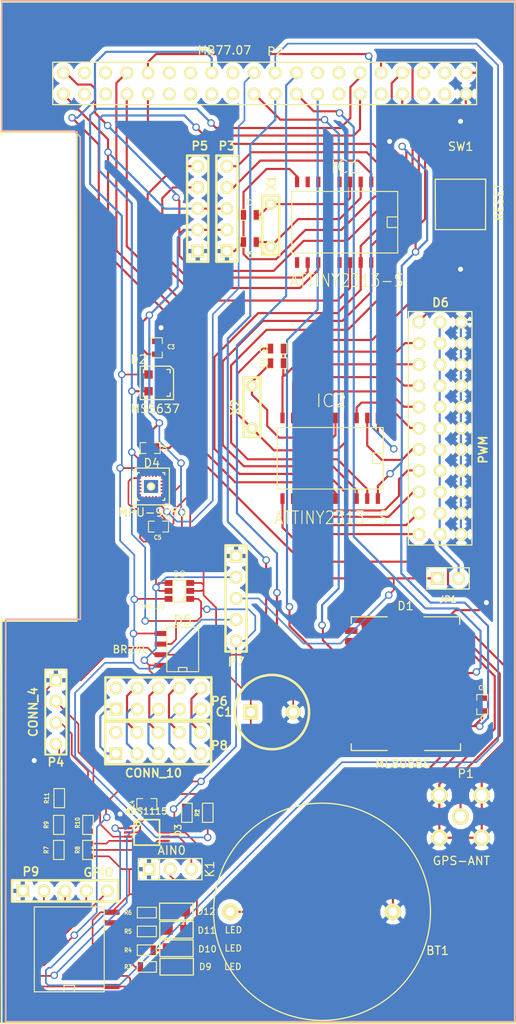
<source format=kicad_pcb>
(kicad_pcb (version 3) (host pcbnew "(22-Jun-2014 BZR 4027)-stable")
  (layers (15 F.Cu signal) (0 B.Cu signal) (18 B.Paste user) (19 F.Paste user) (20 B.SilkS user) (21 F.SilkS user) (22 B.Mask user) (23 F.Mask user) (28 Edge.Cuts user))
  (net 0 "")
  (net 1 /3.3V)
  (net 2 /5V)
  (net 3 /ADC_RDY)
  (net 4 /CLK)
  (net 5 /CS0)
  (net 6 /CS1)
  (net 7 /GND)
  (net 8 /GPIO_INT)
  (net 9 /GPS_PPS)
  (net 10 /GPS_RST)
  (net 11 /GPS_STATUS)
  (net 12 /IMU_INT)
  (net 13 /MISO)
  (net 14 /MOSI)
  (net 15 /RST0)
  (net 16 /RST1)
  (net 17 /SCL)
  (net 18 /SDA)
  (net 19 N-000001)
  (net 20 N-0000010)
  (net 21 N-00000102)
  (net 22 N-00000105)
  (net 23 N-00000106)
  (net 24 N-0000011)
  (net 25 N-0000012)
  (net 26 N-0000013)
  (net 27 N-0000014)
  (net 28 N-0000015)
  (net 29 N-0000016)
  (net 30 N-0000017)
  (net 31 N-0000018)
  (net 32 N-0000019)
  (net 33 N-000002)
  (net 34 N-0000020)
  (net 35 N-0000021)
  (net 36 N-0000022)
  (net 37 N-0000024)
  (net 38 N-0000026)
  (net 39 N-0000027)
  (net 40 N-0000028)
  (net 41 N-0000029)
  (net 42 N-000003)
  (net 43 N-0000030)
  (net 44 N-0000031)
  (net 45 N-0000032)
  (net 46 N-0000033)
  (net 47 N-0000034)
  (net 48 N-0000035)
  (net 49 N-0000036)
  (net 50 N-0000037)
  (net 51 N-0000038)
  (net 52 N-0000039)
  (net 53 N-000004)
  (net 54 N-0000040)
  (net 55 N-0000041)
  (net 56 N-0000042)
  (net 57 N-0000043)
  (net 58 N-0000044)
  (net 59 N-0000045)
  (net 60 N-0000046)
  (net 61 N-0000047)
  (net 62 N-0000048)
  (net 63 N-0000049)
  (net 64 N-000005)
  (net 65 N-0000050)
  (net 66 N-0000051)
  (net 67 N-000006)
  (net 68 N-000007)
  (net 69 N-000008)
  (net 70 N-0000084)
  (net 71 N-000009)
  (net 72 N-0000098)
  (module SOT23_6 (layer F.Cu) (at 34.3 99.5 90)
    (fp_text reference D8 (at 1.99898 0 180) (layer F.SilkS) (effects (font (size 0.762 0.762) (thickness 0.0762))))
    (fp_text value TMP100 (at -1.9 -3.2 180) (layer F.SilkS) (effects (font (size 0.50038 0.50038) (thickness 0.0762))))
    (pad 6 smd rect (at -0.9525 -1.27 90) (size 0.70104 1.00076) (layers F.Cu F.Paste F.Mask) (net 18 /SDA))
    (pad 5 smd rect (at 0 -1.27 90) (size 0.70104 1.00076) (layers F.Cu F.Paste F.Mask) (net 1 /3.3V))
    (pad 4 smd rect (at 0.9525 -1.27 90) (size 0.70104 1.00076) (layers F.Cu F.Paste F.Mask) (net 1 /3.3V))
    (pad 3 smd rect (at 0.9525 1.27 90) (size 0.70104 1.00076) (layers F.Cu F.Paste F.Mask) (net 7 /GND))
    (pad 2 smd rect (at 0 1.27 90) (size 0.70104 1.00076) (layers F.Cu F.Paste F.Mask) (net 7 /GND))
    (pad 1 smd rect (at -0.9525 1.27 90) (size 0.70104 1.00076) (layers F.Cu F.Paste F.Mask) (net 17 /SCL))
  )
  (module SO8E (layer F.Cu) (at 34.7 106.5 90)
    (fp_text reference D5 (at 3.5 0 180) (layer F.SilkS) (effects (font (size 1.143 1.143) (thickness 0.1524))))
    (fp_text value BR24L (at 0 -6.3 180) (layer F.SilkS) (effects (font (size 0.889 0.889) (thickness 0.1524))))
    (pad 8 smd rect (at -1.905 -2.667 90) (size 0.59944 1.39954) (layers F.Cu F.Paste F.Mask) (net 1 /3.3V))
    (pad 1 smd rect (at -1.905 2.667 90) (size 0.59944 1.39954) (layers F.Cu F.Paste F.Mask) (net 7 /GND))
    (pad 7 smd rect (at -0.635 -2.667 90) (size 0.59944 1.39954) (layers F.Cu F.Paste F.Mask) (net 7 /GND))
    (pad 6 smd rect (at 0.635 -2.667 90) (size 0.59944 1.39954) (layers F.Cu F.Paste F.Mask) (net 17 /SCL))
    (pad 5 smd rect (at 1.905 -2.667 90) (size 0.59944 1.39954) (layers F.Cu F.Paste F.Mask) (net 18 /SDA))
    (pad 2 smd rect (at -0.635 2.667 90) (size 0.59944 1.39954) (layers F.Cu F.Paste F.Mask) (net 7 /GND))
    (pad 3 smd rect (at 0.635 2.667 90) (size 0.59944 1.39954) (layers F.Cu F.Paste F.Mask) (net 7 /GND))
    (pad 4 smd rect (at 1.905 2.667 90) (size 0.59944 1.39954) (layers F.Cu F.Paste F.Mask) (net 7 /GND))
  )
  (module SO16L (layer F.Cu) (at 21.1 142.4 90)
    (fp_text reference U1 (at 6.25 -0.5 180) (layer F.SilkS) (effects (font (size 1.143 1.143) (thickness 0.2032))))
    (fp_text value PCF8574 hide)
    (pad 1 smd rect (at -4.445 5.08 90) (size 0.635 1.905) (layers F.Cu F.Paste F.Mask) (net 1 /3.3V))
    (pad 2 smd rect (at -3.175 5.08 90) (size 0.635 1.905) (layers F.Cu F.Paste F.Mask) (net 1 /3.3V))
    (pad 3 smd rect (at -1.905 5.08 90) (size 0.635 1.905) (layers F.Cu F.Paste F.Mask) (net 7 /GND))
    (pad 4 smd rect (at -0.635 5.08 90) (size 0.635 1.905) (layers F.Cu F.Paste F.Mask) (net 50 N-0000037))
    (pad 5 smd rect (at 0.635 5.08 90) (size 0.635 1.905) (layers F.Cu F.Paste F.Mask) (net 49 N-0000036))
    (pad 6 smd rect (at 1.905 5.08 90) (size 0.635 1.905) (layers F.Cu F.Paste F.Mask) (net 51 N-0000038))
    (pad 7 smd rect (at 3.175 5.08 90) (size 0.635 1.905) (layers F.Cu F.Paste F.Mask) (net 52 N-0000039))
    (pad 8 smd rect (at 4.445 5.08 90) (size 0.635 1.905) (layers F.Cu F.Paste F.Mask) (net 7 /GND))
    (pad 9 smd rect (at 4.445 -5.08 90) (size 0.635 1.905) (layers F.Cu F.Paste F.Mask) (net 60 N-0000046))
    (pad 10 smd rect (at 3.175 -5.08 90) (size 0.635 1.905) (layers F.Cu F.Paste F.Mask) (net 61 N-0000047))
    (pad 11 smd rect (at 1.905 -5.08 90) (size 0.635 1.905) (layers F.Cu F.Paste F.Mask) (net 65 N-0000050))
    (pad 12 smd rect (at 0.635 -5.08 90) (size 0.635 1.905) (layers F.Cu F.Paste F.Mask) (net 62 N-0000048))
    (pad 13 smd rect (at -0.635 -5.08 90) (size 0.635 1.905) (layers F.Cu F.Paste F.Mask) (net 8 /GPIO_INT))
    (pad 14 smd rect (at -1.905 -5.08 90) (size 0.635 1.905) (layers F.Cu F.Paste F.Mask) (net 17 /SCL))
    (pad 15 smd rect (at -3.175 -5.08 90) (size 0.635 1.905) (layers F.Cu F.Paste F.Mask) (net 18 /SDA))
    (pad 16 smd rect (at -4.445 -5.08 90) (size 0.635 1.905) (layers F.Cu F.Paste F.Mask) (net 1 /3.3V))
  )
  (module sma (layer F.Cu) (at 68 126.5 270)
    (fp_text reference P1 (at -5.1314 -0.6284 360) (layer F.SilkS))
    (fp_text value GPS-ANT (at 5.3 -0.1 360) (layer F.SilkS))
    (pad 1 thru_hole circle (at -2.54 2.54 270) (size 2 2) (drill 1.3) (layers *.Cu *.Mask F.SilkS) (net 7 /GND))
    (pad 1 thru_hole circle (at -2.54 -2.54 270) (size 2 2) (drill 1.3) (layers *.Cu *.Mask F.SilkS) (net 7 /GND))
    (pad 1 thru_hole circle (at 2.54 -2.54 270) (size 2 2) (drill 1.3) (layers *.Cu *.Mask F.SilkS) (net 7 /GND))
    (pad 1 thru_hole circle (at 2.54 2.54 270) (size 2 2) (drill 1.3) (layers *.Cu *.Mask F.SilkS) (net 7 /GND))
    (pad 2 thru_hole circle (at 0 0 270) (size 2 2) (drill 1.3) (layers *.Cu *.Mask F.SilkS) (net 64 N-000005))
  )
  (module SM0603_Capa (layer F.Cu) (at 42.75 54.5 180)
    (fp_text reference C7 (at 0.0018 1.541 270) (layer F.SilkS) (effects (font (size 0.508 0.4572) (thickness 0.1143))))
    (fp_text value C hide)
    (pad 1 smd rect (at -0.762 0 180) (size 0.635 1.143) (layers F.Cu F.Paste F.Mask) (net 70 N-0000084))
    (pad 2 smd rect (at 0.762 0 180) (size 0.635 1.143) (layers F.Cu F.Paste F.Mask) (net 7 /GND))
  )
  (module SM0603_Capa (layer F.Cu) (at 46 70.5 180)
    (fp_text reference C9 (at 1.75 0 270) (layer F.SilkS) (effects (font (size 0.508 0.4572) (thickness 0.1143))))
    (fp_text value C hide)
    (pad 1 smd rect (at -0.762 0 180) (size 0.635 1.143) (layers F.Cu F.Paste F.Mask) (net 7 /GND))
    (pad 2 smd rect (at 0.762 0 180) (size 0.635 1.143) (layers F.Cu F.Paste F.Mask) (net 23 N-00000106))
  )
  (module SM0603_Capa (layer F.Cu) (at 46 72.25 180)
    (fp_text reference C10 (at 1.75 0 270) (layer F.SilkS) (effects (font (size 0.508 0.4572) (thickness 0.1143))))
    (fp_text value C hide)
    (pad 1 smd rect (at -0.762 0 180) (size 0.635 1.143) (layers F.Cu F.Paste F.Mask) (net 7 /GND))
    (pad 2 smd rect (at 0.762 0 180) (size 0.635 1.143) (layers F.Cu F.Paste F.Mask) (net 22 N-00000105))
  )
  (module SM0603_Capa (layer F.Cu) (at 30.4 125 180)
    (fp_text reference C4 (at 1.75 0 270) (layer F.SilkS) (effects (font (size 0.508 0.4572) (thickness 0.1143))))
    (fp_text value C hide)
    (pad 1 smd rect (at -0.762 0 180) (size 0.635 1.143) (layers F.Cu F.Paste F.Mask) (net 7 /GND))
    (pad 2 smd rect (at 0.762 0 180) (size 0.635 1.143) (layers F.Cu F.Paste F.Mask) (net 1 /3.3V))
  )
  (module SM0603_Capa (layer F.Cu) (at 31.6 70.4 90)
    (fp_text reference C3 (at 0.1 1.7 180) (layer F.SilkS) (effects (font (size 0.508 0.4572) (thickness 0.1143))))
    (fp_text value C hide)
    (pad 1 smd rect (at -0.762 0 90) (size 0.635 1.143) (layers F.Cu F.Paste F.Mask) (net 1 /3.3V))
    (pad 2 smd rect (at 0.762 0 90) (size 0.635 1.143) (layers F.Cu F.Paste F.Mask) (net 7 /GND))
  )
  (module SM0603_Capa (layer F.Cu) (at 70.6 113.1 90)
    (fp_text reference C2 (at 2 0 180) (layer F.SilkS) (effects (font (size 0.508 0.4572) (thickness 0.1143))))
    (fp_text value C (at -1.651 0 180) (layer F.SilkS) (effects (font (size 0.508 0.4572) (thickness 0.1143))))
    (pad 1 smd rect (at -0.762 0 90) (size 0.635 1.143) (layers F.Cu F.Paste F.Mask) (net 1 /3.3V))
    (pad 2 smd rect (at 0.762 0 90) (size 0.635 1.143) (layers F.Cu F.Paste F.Mask) (net 7 /GND))
  )
  (module SM0603_Capa (layer F.Cu) (at 31.8 91.8)
    (fp_text reference C5 (at -0.1 1.3) (layer F.SilkS) (effects (font (size 0.508 0.4572) (thickness 0.1143))))
    (fp_text value C hide)
    (pad 1 smd rect (at -0.762 0) (size 0.635 1.143) (layers F.Cu F.Paste F.Mask) (net 21 N-00000102))
    (pad 2 smd rect (at 0.762 0) (size 0.635 1.143) (layers F.Cu F.Paste F.Mask) (net 7 /GND))
  )
  (module SM0603_Capa (layer F.Cu) (at 30.8 82.4)
    (fp_text reference C6 (at 1.75 0 90) (layer F.SilkS) (effects (font (size 0.508 0.4572) (thickness 0.1143))))
    (fp_text value C hide)
    (pad 1 smd rect (at -0.762 0) (size 0.635 1.143) (layers F.Cu F.Paste F.Mask) (net 1 /3.3V))
    (pad 2 smd rect (at 0.762 0) (size 0.635 1.143) (layers F.Cu F.Paste F.Mask) (net 7 /GND))
  )
  (module SM0603_Capa (layer F.Cu) (at 42.75 57.75 180)
    (fp_text reference C8 (at -0.049 -1.5082 270) (layer F.SilkS) (effects (font (size 0.508 0.4572) (thickness 0.1143))))
    (fp_text value C hide)
    (pad 1 smd rect (at -0.762 0 180) (size 0.635 1.143) (layers F.Cu F.Paste F.Mask) (net 72 N-0000098))
    (pad 2 smd rect (at 0.762 0 180) (size 0.635 1.143) (layers F.Cu F.Paste F.Mask) (net 7 /GND))
  )
  (module SM0603 (layer F.Cu) (at 19.85 130.5 90)
    (fp_text reference R7 (at 0 -1.5 90) (layer F.SilkS) (effects (font (size 0.508 0.4572) (thickness 0.1143))))
    (fp_text value R hide)
    (pad 1 smd rect (at -0.762 0 90) (size 0.635 1.143) (layers F.Cu F.Paste F.Mask) (net 7 /GND))
    (pad 2 smd rect (at 0.762 0 90) (size 0.635 1.143) (layers F.Cu F.Paste F.Mask) (net 34 N-0000020))
  )
  (module SM0603 (layer F.Cu) (at 23.35 130.5 90)
    (fp_text reference R8 (at 0 -1.25 90) (layer F.SilkS) (effects (font (size 0.508 0.4572) (thickness 0.1143))))
    (fp_text value R hide)
    (pad 1 smd rect (at -0.762 0 90) (size 0.635 1.143) (layers F.Cu F.Paste F.Mask) (net 7 /GND))
    (pad 2 smd rect (at 0.762 0 90) (size 0.635 1.143) (layers F.Cu F.Paste F.Mask) (net 42 N-000003))
  )
  (module SM0603 (layer F.Cu) (at 23.35 127.5 90)
    (fp_text reference R10 (at 0.25 -1.25 90) (layer F.SilkS) (effects (font (size 0.508 0.4572) (thickness 0.1143))))
    (fp_text value R hide)
    (pad 1 smd rect (at -0.762 0 90) (size 0.635 1.143) (layers F.Cu F.Paste F.Mask) (net 42 N-000003))
    (pad 2 smd rect (at 0.762 0 90) (size 0.635 1.143) (layers F.Cu F.Paste F.Mask) (net 48 N-0000035))
  )
  (module SM0603 (layer F.Cu) (at 19.85 127.5 90)
    (fp_text reference R9 (at 0 -1.5 90) (layer F.SilkS) (effects (font (size 0.508 0.4572) (thickness 0.1143))))
    (fp_text value R hide)
    (pad 1 smd rect (at -0.762 0 90) (size 0.635 1.143) (layers F.Cu F.Paste F.Mask) (net 34 N-0000020))
    (pad 2 smd rect (at 0.762 0 90) (size 0.635 1.143) (layers F.Cu F.Paste F.Mask) (net 35 N-0000021))
  )
  (module SM0603 (layer F.Cu) (at 19.9 124.3 90)
    (fp_text reference R11 (at 0 -1.5 90) (layer F.SilkS) (effects (font (size 0.508 0.4572) (thickness 0.1143))))
    (fp_text value R hide)
    (pad 1 smd rect (at -0.762 0 90) (size 0.635 1.143) (layers F.Cu F.Paste F.Mask) (net 35 N-0000021))
    (pad 2 smd rect (at 0.762 0 90) (size 0.635 1.143) (layers F.Cu F.Paste F.Mask) (net 47 N-0000034))
  )
  (module SM0603 (layer F.Cu) (at 30.4 140.25)
    (fp_text reference R5 (at -2.25 0) (layer F.SilkS) (effects (font (size 0.508 0.4572) (thickness 0.1143))))
    (fp_text value R hide)
    (pad 1 smd rect (at -0.762 0) (size 0.635 1.143) (layers F.Cu F.Paste F.Mask) (net 51 N-0000038))
    (pad 2 smd rect (at 0.762 0) (size 0.635 1.143) (layers F.Cu F.Paste F.Mask) (net 55 N-0000041))
  )
  (module SM0603 (layer F.Cu) (at 30.4 142.5)
    (fp_text reference R4 (at -2.25 0) (layer F.SilkS) (effects (font (size 0.508 0.4572) (thickness 0.1143))))
    (fp_text value R hide)
    (pad 1 smd rect (at -0.762 0) (size 0.635 1.143) (layers F.Cu F.Paste F.Mask) (net 49 N-0000036))
    (pad 2 smd rect (at 0.762 0) (size 0.635 1.143) (layers F.Cu F.Paste F.Mask) (net 56 N-0000042))
  )
  (module SM0603 (layer F.Cu) (at 30.4 138)
    (fp_text reference R6 (at -2.25 0) (layer F.SilkS) (effects (font (size 0.508 0.4572) (thickness 0.1143))))
    (fp_text value R hide)
    (pad 1 smd rect (at -0.762 0) (size 0.635 1.143) (layers F.Cu F.Paste F.Mask) (net 52 N-0000039))
    (pad 2 smd rect (at 0.762 0) (size 0.635 1.143) (layers F.Cu F.Paste F.Mask) (net 54 N-0000040))
  )
  (module SM0603 (layer F.Cu) (at 30.4 144.5)
    (fp_text reference R3 (at -2.25 0) (layer F.SilkS) (effects (font (size 0.508 0.4572) (thickness 0.1143))))
    (fp_text value R hide)
    (pad 1 smd rect (at -0.762 0) (size 0.635 1.143) (layers F.Cu F.Paste F.Mask) (net 50 N-0000037))
    (pad 2 smd rect (at 0.762 0) (size 0.635 1.143) (layers F.Cu F.Paste F.Mask) (net 57 N-0000043))
  )
  (module SM0603 (layer F.Cu) (at 37.7 126.05 270)
    (fp_text reference R2 (at 0 1.25 270) (layer F.SilkS) (effects (font (size 0.508 0.4572) (thickness 0.1143))))
    (fp_text value R hide)
    (pad 1 smd rect (at -0.762 0 270) (size 0.635 1.143) (layers F.Cu F.Paste F.Mask) (net 1 /3.3V))
    (pad 2 smd rect (at 0.762 0 270) (size 0.635 1.143) (layers F.Cu F.Paste F.Mask) (net 18 /SDA))
  )
  (module SM0603 (layer F.Cu) (at 35.2 126.05 270)
    (fp_text reference R1 (at 0 -1.25 270) (layer F.SilkS) (effects (font (size 0.508 0.4572) (thickness 0.1143))))
    (fp_text value R hide)
    (pad 1 smd rect (at -0.762 0 270) (size 0.635 1.143) (layers F.Cu F.Paste F.Mask) (net 1 /3.3V))
    (pad 2 smd rect (at 0.762 0 270) (size 0.635 1.143) (layers F.Cu F.Paste F.Mask) (net 17 /SCL))
  )
  (module PIN_ARRAY_5x1 (layer F.Cu) (at 41.1 100.4 270)
    (fp_text reference P7 (at 7.6 0 360) (layer F.SilkS) (effects (font (size 1.016 1.016) (thickness 0.2032))))
    (fp_text value CONN_5 hide)
    (pad 1 thru_hole rect (at -5.08 0 270) (size 1.524 1.524) (drill 1) (layers *.Cu *.Mask F.SilkS) (net 7 /GND))
    (pad 2 thru_hole circle (at -2.54 0 270) (size 1.524 1.524) (drill 1) (layers *.Cu *.Mask F.SilkS) (net 1 /3.3V))
    (pad 3 thru_hole circle (at 0 0 270) (size 1.524 1.524) (drill 1) (layers *.Cu *.Mask F.SilkS) (net 2 /5V))
    (pad 4 thru_hole circle (at 2.54 0 270) (size 1.524 1.524) (drill 1) (layers *.Cu *.Mask F.SilkS) (net 18 /SDA))
    (pad 5 thru_hole circle (at 5.08 0 270) (size 1.524 1.524) (drill 1) (layers *.Cu *.Mask F.SilkS) (net 17 /SCL))
  )
  (module PIN_ARRAY_5x1 (layer F.Cu) (at 40 53.75 90)
    (fp_text reference P3 (at 7.5 0 180) (layer F.SilkS) (effects (font (size 1.016 1.016) (thickness 0.2032))))
    (fp_text value CONN_5 hide)
    (pad 1 thru_hole rect (at -5.08 0 90) (size 1.524 1.524) (drill 1) (layers *.Cu *.Mask F.SilkS) (net 7 /GND))
    (pad 2 thru_hole circle (at -2.54 0 90) (size 1.524 1.524) (drill 1) (layers *.Cu *.Mask F.SilkS) (net 1 /3.3V))
    (pad 3 thru_hole circle (at 0 0 90) (size 1.524 1.524) (drill 1) (layers *.Cu *.Mask F.SilkS) (net 2 /5V))
    (pad 4 thru_hole circle (at 2.54 0 90) (size 1.524 1.524) (drill 1) (layers *.Cu *.Mask F.SilkS) (net 19 N-000001))
    (pad 5 thru_hole circle (at 5.08 0 90) (size 1.524 1.524) (drill 1) (layers *.Cu *.Mask F.SilkS) (net 66 N-0000051))
  )
  (module PIN_ARRAY_5x1 (layer F.Cu) (at 20.6 135.4)
    (fp_text reference P9 (at -4.1 -2.3) (layer F.SilkS) (effects (font (size 1.016 1.016) (thickness 0.2032))))
    (fp_text value GPIO (at 4 -2.2) (layer F.SilkS) (effects (font (size 1.016 1.016) (thickness 0.2032))))
    (pad 1 thru_hole rect (at -5.08 0) (size 1.524 1.524) (drill 1) (layers *.Cu *.Mask F.SilkS) (net 7 /GND))
    (pad 2 thru_hole circle (at -2.54 0) (size 1.524 1.524) (drill 1) (layers *.Cu *.Mask F.SilkS) (net 60 N-0000046))
    (pad 3 thru_hole circle (at 0 0) (size 1.524 1.524) (drill 1) (layers *.Cu *.Mask F.SilkS) (net 61 N-0000047))
    (pad 4 thru_hole circle (at 2.54 0) (size 1.524 1.524) (drill 1) (layers *.Cu *.Mask F.SilkS) (net 65 N-0000050))
    (pad 5 thru_hole circle (at 5.08 0) (size 1.524 1.524) (drill 1) (layers *.Cu *.Mask F.SilkS) (net 62 N-0000048))
  )
  (module PIN_ARRAY_3X1 (layer F.Cu) (at 33.2 132.8)
    (fp_text reference K1 (at 4.75 0 90) (layer F.SilkS) (effects (font (size 1.016 1.016) (thickness 0.1524))))
    (fp_text value AIN0 (at 0.1784 -2.2428) (layer F.SilkS) (effects (font (size 1.016 1.016) (thickness 0.1524))))
    (pad 1 thru_hole rect (at -2.54 0) (size 1.524 1.524) (drill 1) (layers *.Cu *.Mask F.SilkS) (net 7 /GND))
    (pad 2 thru_hole circle (at 0 0) (size 1.524 1.524) (drill 1) (layers *.Cu *.Mask F.SilkS) (net 1 /3.3V))
    (pad 3 thru_hole circle (at 2.54 0) (size 1.524 1.524) (drill 1) (layers *.Cu *.Mask F.SilkS) (net 68 N-000007))
  )
  (module PIN_ARRAY_2X1 (layer F.Cu) (at 66.5 98)
    (fp_text reference JP1 (at 0 2.5) (layer F.SilkS) (effects (font (size 0.762 0.762) (thickness 0.1524))))
    (fp_text value JUMPER hide)
    (pad 1 thru_hole rect (at -1.27 0) (size 1.524 1.524) (drill 1) (layers *.Cu *.Mask F.SilkS) (net 2 /5V))
    (pad 2 thru_hole circle (at 1.27 0) (size 1.524 1.524) (drill 1) (layers *.Cu *.Mask F.SilkS) (net 29 N-0000016))
  )
  (module MSOP10-0.5 (layer F.Cu) (at 30.4 128.4 270)
    (fp_text reference D3 (at -0.25 -3.75 270) (layer F.SilkS) (effects (font (size 0.762 0.762) (thickness 0.1524))))
    (fp_text value ADS1115 (at -2.5224 0.067 360) (layer F.SilkS) (effects (font (size 0.762 0.762) (thickness 0.1524))))
    (pad 1 smd rect (at -1.016 2.2225 270) (size 0.26924 1.00076) (layers F.Cu F.Paste F.Mask) (net 7 /GND))
    (pad 2 smd rect (at -0.508 2.2225 270) (size 0.26924 1.00076) (layers F.Cu F.Paste F.Mask) (net 3 /ADC_RDY))
    (pad 3 smd rect (at 0 2.2225 270) (size 0.26924 1.00076) (layers F.Cu F.Paste F.Mask) (net 7 /GND))
    (pad 4 smd rect (at 0.508 2.2225 270) (size 0.26924 1.00076) (layers F.Cu F.Paste F.Mask) (net 33 N-000002))
    (pad 5 smd rect (at 1.016 2.2225 270) (size 0.26924 1.00076) (layers F.Cu F.Paste F.Mask) (net 42 N-000003))
    (pad 6 smd rect (at 1.016 -2.2225 270) (size 0.26924 1.00076) (layers F.Cu F.Paste F.Mask) (net 34 N-0000020))
    (pad 7 smd rect (at 0.508 -2.2225 270) (size 0.26924 1.00076) (layers F.Cu F.Paste F.Mask) (net 68 N-000007))
    (pad 8 smd rect (at 0 -2.2225 270) (size 0.26924 1.00076) (layers F.Cu F.Paste F.Mask) (net 1 /3.3V))
    (pad 9 smd rect (at -0.508 -2.2225 270) (size 0.26924 1.00076) (layers F.Cu F.Paste F.Mask) (net 18 /SDA))
    (pad 10 smd rect (at -1.016 -2.2225 270) (size 0.26924 1.00076) (layers F.Cu F.Paste F.Mask) (net 17 /SCL))
  )
  (module C2V8 (layer F.Cu) (at 45.4 114)
    (fp_text reference C1 (at -5.75 0) (layer F.SilkS) (effects (font (size 1.016 1.016) (thickness 0.2032))))
    (fp_text value CP1 hide)
    (pad 1 thru_hole rect (at -2.54 0) (size 1.778 1.778) (drill 1) (layers *.Cu *.Mask F.SilkS) (net 1 /3.3V))
    (pad 2 thru_hole circle (at 2.54 0) (size 1.778 1.778) (drill 1) (layers *.Cu *.Mask F.SilkS) (net 7 /GND))
  )
  (module C2 (layer F.Cu) (at 43 77.5 270)
    (fp_text reference X2 (at 0 2 270) (layer F.SilkS) (effects (font (size 1.016 1.016) (thickness 0.2032))))
    (fp_text value CRYSTAL hide)
    (pad 1 thru_hole circle (at -2.54 0 270) (size 1.397 1.397) (drill 0.8) (layers *.Cu *.Mask F.SilkS) (net 22 N-00000105))
    (pad 2 thru_hole circle (at 2.54 0 270) (size 1.397 1.397) (drill 0.8) (layers *.Cu *.Mask F.SilkS) (net 23 N-00000106))
  )
  (module C2 (layer F.Cu) (at 45.25 55.75 90)
    (fp_text reference X1 (at 5.077 0.089 90) (layer F.SilkS) (effects (font (size 1.016 1.016) (thickness 0.2032))))
    (fp_text value CRYSTAL hide)
    (pad 1 thru_hole circle (at -2.54 0 90) (size 1.397 1.397) (drill 0.8) (layers *.Cu *.Mask F.SilkS) (net 72 N-0000098))
    (pad 2 thru_hole circle (at 2.54 0 90) (size 1.397 1.397) (drill 0.8) (layers *.Cu *.Mask F.SilkS) (net 70 N-0000084))
  )
  (module button4 (layer F.Cu) (at 68 53.25)
    (fp_text reference SW1 (at 0.02 -6.93) (layer F.SilkS))
    (fp_text value RESET (at 4.6186 -0.2656 90) (layer F.SilkS))
    (pad 1 smd rect (at -2.15 -4.125) (size 1 1.5) (layers F.Cu F.Paste F.Mask) (net 7 /GND))
    (pad 2 smd rect (at 2.15 -4.125) (size 1 1.5) (layers F.Cu F.Paste F.Mask) (net 69 N-000008))
    (pad 1 smd rect (at -2.15 4.125) (size 1 1.5) (layers F.Cu F.Paste F.Mask) (net 7 /GND))
    (pad 2 smd rect (at 2.15 4.125) (size 1 1.5) (layers F.Cu F.Paste F.Mask) (net 69 N-000008))
  )
  (module SO20L (layer F.Cu) (at 54.125 55.375 180)
    (fp_text reference IC1 (at -0.125 6.625 180) (layer F.SilkS) (effects (font (size 1.524 1.524) (thickness 0.127))))
    (fp_text value ATTINY2313-S (at -0.231 -6.982 180) (layer F.SilkS) (effects (font (size 1.524 1.27) (thickness 0.127))))
    (pad 11 smd rect (at 5.715 -4.826 180) (size 0.508 1.27) (layers F.Cu F.Paste F.Mask))
    (pad 12 smd rect (at 4.445 -4.826 180) (size 0.508 1.27) (layers F.Cu F.Paste F.Mask) (net 58 N-0000044))
    (pad 13 smd rect (at 3.175 -4.826 180) (size 0.508 1.27) (layers F.Cu F.Paste F.Mask) (net 59 N-0000045))
    (pad 14 smd rect (at 1.905 -4.826 180) (size 0.508 1.27) (layers F.Cu F.Paste F.Mask))
    (pad 15 smd rect (at 0.635 -4.826 180) (size 0.508 1.27) (layers F.Cu F.Paste F.Mask))
    (pad 16 smd rect (at -0.635 -4.826 180) (size 0.508 1.27) (layers F.Cu F.Paste F.Mask) (net 5 /CS0))
    (pad 17 smd rect (at -1.905 -4.826 180) (size 0.508 1.27) (layers F.Cu F.Paste F.Mask) (net 13 /MISO))
    (pad 18 smd rect (at -3.175 -4.826 180) (size 0.508 1.27) (layers F.Cu F.Paste F.Mask) (net 14 /MOSI))
    (pad 19 smd rect (at -4.445 -4.826 180) (size 0.508 1.27) (layers F.Cu F.Paste F.Mask) (net 4 /CLK))
    (pad 20 smd rect (at -5.715 -4.826 180) (size 0.508 1.27) (layers F.Cu F.Paste F.Mask) (net 1 /3.3V))
    (pad 1 smd rect (at -5.715 4.826 180) (size 0.508 1.27) (layers F.Cu F.Paste F.Mask) (net 15 /RST0))
    (pad 2 smd rect (at -4.445 4.826 180) (size 0.508 1.27) (layers F.Cu F.Paste F.Mask) (net 66 N-0000051))
    (pad 3 smd rect (at -3.175 4.826 180) (size 0.508 1.27) (layers F.Cu F.Paste F.Mask) (net 19 N-000001))
    (pad 4 smd rect (at -1.905 4.826 180) (size 0.508 1.27) (layers F.Cu F.Paste F.Mask) (net 72 N-0000098))
    (pad 5 smd rect (at -0.635 4.826 180) (size 0.508 1.27) (layers F.Cu F.Paste F.Mask) (net 70 N-0000084))
    (pad 6 smd rect (at 0.635 4.826 180) (size 0.508 1.27) (layers F.Cu F.Paste F.Mask))
    (pad 7 smd rect (at 1.905 4.826 180) (size 0.508 1.27) (layers F.Cu F.Paste F.Mask))
    (pad 8 smd rect (at 3.175 4.826 180) (size 0.508 1.27) (layers F.Cu F.Paste F.Mask))
    (pad 9 smd rect (at 4.445 4.826 180) (size 0.508 1.27) (layers F.Cu F.Paste F.Mask))
    (pad 10 smd rect (at 5.715 4.826 180) (size 0.508 1.27) (layers F.Cu F.Paste F.Mask) (net 7 /GND))
  )
  (module SO20L (layer F.Cu) (at 52.375 83.625 180)
    (fp_text reference IC2 (at -0.125 6.875 180) (layer F.SilkS) (effects (font (size 1.524 1.524) (thickness 0.127))))
    (fp_text value ATTINY2313-S (at -0.125 -7.125 180) (layer F.SilkS) (effects (font (size 1.524 1.27) (thickness 0.127))))
    (pad 11 smd rect (at 5.715 -4.826 180) (size 0.508 1.27) (layers F.Cu F.Paste F.Mask) (net 28 N-0000015))
    (pad 12 smd rect (at 4.445 -4.826 180) (size 0.508 1.27) (layers F.Cu F.Paste F.Mask) (net 71 N-000009))
    (pad 13 smd rect (at 3.175 -4.826 180) (size 0.508 1.27) (layers F.Cu F.Paste F.Mask) (net 36 N-0000022))
    (pad 14 smd rect (at 1.905 -4.826 180) (size 0.508 1.27) (layers F.Cu F.Paste F.Mask) (net 20 N-0000010))
    (pad 15 smd rect (at 0.635 -4.826 180) (size 0.508 1.27) (layers F.Cu F.Paste F.Mask) (net 32 N-0000019))
    (pad 16 smd rect (at -0.635 -4.826 180) (size 0.508 1.27) (layers F.Cu F.Paste F.Mask) (net 6 /CS1))
    (pad 17 smd rect (at -1.905 -4.826 180) (size 0.508 1.27) (layers F.Cu F.Paste F.Mask) (net 13 /MISO))
    (pad 18 smd rect (at -3.175 -4.826 180) (size 0.508 1.27) (layers F.Cu F.Paste F.Mask) (net 14 /MOSI))
    (pad 19 smd rect (at -4.445 -4.826 180) (size 0.508 1.27) (layers F.Cu F.Paste F.Mask) (net 4 /CLK))
    (pad 20 smd rect (at -5.715 -4.826 180) (size 0.508 1.27) (layers F.Cu F.Paste F.Mask) (net 1 /3.3V))
    (pad 1 smd rect (at -5.715 4.826 180) (size 0.508 1.27) (layers F.Cu F.Paste F.Mask) (net 16 /RST1))
    (pad 2 smd rect (at -4.445 4.826 180) (size 0.508 1.27) (layers F.Cu F.Paste F.Mask) (net 24 N-0000011))
    (pad 3 smd rect (at -3.175 4.826 180) (size 0.508 1.27) (layers F.Cu F.Paste F.Mask) (net 25 N-0000012))
    (pad 4 smd rect (at -1.905 4.826 180) (size 0.508 1.27) (layers F.Cu F.Paste F.Mask) (net 23 N-00000106))
    (pad 5 smd rect (at -0.635 4.826 180) (size 0.508 1.27) (layers F.Cu F.Paste F.Mask) (net 22 N-00000105))
    (pad 6 smd rect (at 0.635 4.826 180) (size 0.508 1.27) (layers F.Cu F.Paste F.Mask) (net 26 N-0000013))
    (pad 7 smd rect (at 1.905 4.826 180) (size 0.508 1.27) (layers F.Cu F.Paste F.Mask) (net 30 N-0000017))
    (pad 8 smd rect (at 3.175 4.826 180) (size 0.508 1.27) (layers F.Cu F.Paste F.Mask) (net 27 N-0000014))
    (pad 9 smd rect (at 4.445 4.826 180) (size 0.508 1.27) (layers F.Cu F.Paste F.Mask) (net 31 N-0000018))
    (pad 10 smd rect (at 5.715 4.826 180) (size 0.508 1.27) (layers F.Cu F.Paste F.Mask) (net 7 /GND))
  )
  (module PIN_ARRAY_5x1 (layer F.Cu) (at 36.5 53.75 90)
    (fp_text reference P5 (at 7.5 0.25 180) (layer F.SilkS) (effects (font (size 1.016 1.016) (thickness 0.2032))))
    (fp_text value CONN_5 hide)
    (pad 1 thru_hole rect (at -5.08 0 90) (size 1.524 1.524) (drill 1) (layers *.Cu *.Mask F.SilkS) (net 7 /GND))
    (pad 2 thru_hole circle (at -2.54 0 90) (size 1.524 1.524) (drill 1) (layers *.Cu *.Mask F.SilkS) (net 1 /3.3V))
    (pad 3 thru_hole circle (at 0 0 90) (size 1.524 1.524) (drill 1) (layers *.Cu *.Mask F.SilkS) (net 2 /5V))
    (pad 4 thru_hole circle (at 2.54 0 90) (size 1.524 1.524) (drill 1) (layers *.Cu *.Mask F.SilkS) (net 58 N-0000044))
    (pad 5 thru_hole circle (at 5.08 0 90) (size 1.524 1.524) (drill 1) (layers *.Cu *.Mask F.SilkS) (net 59 N-0000045))
  )
  (module PIN_ARRAY_4x1 (layer F.Cu) (at 19.5 114 270)
    (fp_text reference P4 (at 6 0 360) (layer F.SilkS) (effects (font (size 1.016 1.016) (thickness 0.2032))))
    (fp_text value CONN_4 (at -0.0048 2.7204 270) (layer F.SilkS) (effects (font (size 1.016 1.016) (thickness 0.2032))))
    (pad 1 thru_hole rect (at -3.81 0 270) (size 1.524 1.524) (drill 1) (layers *.Cu *.Mask F.SilkS) (net 7 /GND))
    (pad 2 thru_hole circle (at -1.27 0 270) (size 1.524 1.524) (drill 1) (layers *.Cu *.Mask F.SilkS) (net 33 N-000002))
    (pad 3 thru_hole circle (at 1.27 0 270) (size 1.524 1.524) (drill 1) (layers *.Cu *.Mask F.SilkS) (net 48 N-0000035))
    (pad 4 thru_hole circle (at 3.81 0 270) (size 1.524 1.524) (drill 1) (layers *.Cu *.Mask F.SilkS) (net 47 N-0000034))
  )
  (module battery (layer F.Cu) (at 51.4 137.9 90)
    (fp_text reference BT1 (at -4.6522 13.8448 180) (layer F.SilkS))
    (fp_text value BATTERY hide)
    (pad 1 thru_hole circle (at 0 -11 90) (size 2 2) (drill 1) (layers *.Cu *.Mask F.SilkS) (net 67 N-000006))
    (pad 2 thru_hole circle (at 0 8.5 90) (size 2 2) (drill 1) (layers *.Cu *.Mask F.SilkS) (net 7 /GND))
  )
  (module ml8088sE (layer F.Cu) (at 61.4 110.6)
    (fp_text reference D1 (at 0 -9.3) (layer F.SilkS))
    (fp_text value ML8088S (at -0.3 9.6) (layer F.SilkS))
    (pad 12 smd rect (at 6.5 6.35) (size 1.5 0.8) (layers F.Cu F.Paste F.Mask) (net 67 N-000006))
    (pad 13 smd rect (at 6.5 5.08) (size 1.5 0.8) (layers F.Cu F.Paste F.Mask) (net 1 /3.3V))
    (pad 14 smd rect (at 6.5 3.81) (size 1.5 0.8) (layers F.Cu F.Paste F.Mask))
    (pad 15 smd rect (at 6.5 2.54) (size 1.5 0.8) (layers F.Cu F.Paste F.Mask))
    (pad 16 smd rect (at 6.5 1.27) (size 1.5 0.8) (layers F.Cu F.Paste F.Mask))
    (pad 17 smd rect (at 6.5 0) (size 1.5 0.8) (layers F.Cu F.Paste F.Mask) (net 7 /GND))
    (pad 18 smd rect (at 6.5 -1.27) (size 1.5 0.8) (layers F.Cu F.Paste F.Mask) (net 10 /GPS_RST))
    (pad 19 smd rect (at 6.5 -2.54) (size 1.5 0.8) (layers F.Cu F.Paste F.Mask))
    (pad 20 smd rect (at 6.5 -3.81) (size 1.5 0.8) (layers F.Cu F.Paste F.Mask) (net 7 /GND))
    (pad 21 smd rect (at 6.5 -5.08) (size 1.5 0.8) (layers F.Cu F.Paste F.Mask) (net 64 N-000005))
    (pad 22 smd rect (at 6.5 -6.35) (size 1.5 0.8) (layers F.Cu F.Paste F.Mask) (net 7 /GND))
    (pad 1 smd rect (at -6.5 -6.35) (size 1.5 0.8) (layers F.Cu F.Paste F.Mask))
    (pad 2 smd rect (at -6.5 -5.08) (size 1.5 0.8) (layers F.Cu F.Paste F.Mask))
    (pad 3 smd rect (at -6.5 -3.81) (size 1.5 0.8) (layers F.Cu F.Paste F.Mask) (net 9 /GPS_PPS))
    (pad 4 smd rect (at -6.5 -2.54) (size 1.5 0.8) (layers F.Cu F.Paste F.Mask) (net 53 N-000004))
    (pad 5 smd rect (at -6.5 -1.27) (size 1.5 0.8) (layers F.Cu F.Paste F.Mask) (net 63 N-0000049))
    (pad 6 smd rect (at -6.5 0) (size 1.5 0.8) (layers F.Cu F.Paste F.Mask) (net 7 /GND))
    (pad 7 smd rect (at -6.5 1.27) (size 1.5 0.8) (layers F.Cu F.Paste F.Mask))
    (pad 8 smd rect (at -6.5 2.54) (size 1.5 0.8) (layers F.Cu F.Paste F.Mask) (net 11 /GPS_STATUS))
    (pad 9 smd rect (at -6.5 3.81) (size 1.5 0.8) (layers F.Cu F.Paste F.Mask))
    (pad 10 smd rect (at -6.5 5.08) (size 1.5 0.8) (layers F.Cu F.Paste F.Mask))
    (pad 11 smd rect (at -6.5 6.35) (size 1.5 0.8) (layers F.Cu F.Paste F.Mask))
    (pad "" smd rect (at 0 -7.05) (size 3.65 1.9) (layers F.Cu F.Paste F.Mask))
    (pad "" smd rect (at 0.04 7.05) (size 3.65 1.9) (layers F.Cu F.Paste F.Mask))
  )
  (module led0805 (layer F.Cu) (at 33.9776 144.474)
    (fp_text reference D9 (at 3.429 0) (layer F.SilkS) (effects (font (size 0.762 0.762) (thickness 0.127))))
    (fp_text value LED (at 6.731 0) (layer F.SilkS) (effects (font (size 0.762 0.762) (thickness 0.127))))
    (pad 1 smd rect (at -1.04902 0) (size 1.19888 1.19888) (layers F.Cu F.Paste F.Mask) (net 57 N-0000043))
    (pad 2 smd rect (at 1.04902 0) (size 1.19888 1.19888) (layers F.Cu F.Paste F.Mask) (net 7 /GND))
  )
  (module led0805 (layer F.Cu) (at 33.9522 142.2642)
    (fp_text reference D10 (at 3.7084 0.1016) (layer F.SilkS) (effects (font (size 0.762 0.762) (thickness 0.127))))
    (fp_text value LED (at 6.8072 0) (layer F.SilkS) (effects (font (size 0.762 0.762) (thickness 0.127))))
    (pad 1 smd rect (at -1.04902 0) (size 1.19888 1.19888) (layers F.Cu F.Paste F.Mask) (net 56 N-0000042))
    (pad 2 smd rect (at 1.04902 0) (size 1.19888 1.19888) (layers F.Cu F.Paste F.Mask) (net 7 /GND))
  )
  (module led0805 (layer F.Cu) (at 33.9522 140.0544)
    (fp_text reference D11 (at 3.6322 0.0762) (layer F.SilkS) (effects (font (size 0.762 0.762) (thickness 0.127))))
    (fp_text value LED (at 6.8326 0.0254) (layer F.SilkS) (effects (font (size 0.762 0.762) (thickness 0.127))))
    (pad 1 smd rect (at -1.04902 0) (size 1.19888 1.19888) (layers F.Cu F.Paste F.Mask) (net 55 N-0000041))
    (pad 2 smd rect (at 1.04902 0) (size 1.19888 1.19888) (layers F.Cu F.Paste F.Mask) (net 7 /GND))
  )
  (module led0805 (layer F.Cu) (at 33.9268 137.87)
    (fp_text reference D12 (at 3.5814 0) (layer F.SilkS) (effects (font (size 0.762 0.762) (thickness 0.127))))
    (fp_text value LED (at 6.9088 0.0508) (layer F.SilkS) (effects (font (size 0.762 0.762) (thickness 0.127))))
    (pad 1 smd rect (at -1.04902 0) (size 1.19888 1.19888) (layers F.Cu F.Paste F.Mask) (net 54 N-0000040))
    (pad 2 smd rect (at 1.04902 0) (size 1.19888 1.19888) (layers F.Cu F.Paste F.Mask) (net 7 /GND))
  )
  (module pin_array_11x3 (layer F.Cu) (at 65.5574 80.0354 270)
    (fp_text reference D6 (at -15.0354 -0.0426 360) (layer F.SilkS) (effects (font (size 1.016 1.016) (thickness 0.2032))))
    (fp_text value PWM (at 2.5646 -5.1426 270) (layer F.SilkS) (effects (font (size 1.016 1.016) (thickness 0.2032))))
    (pad 1 thru_hole circle (at -12.7 2.54 270) (size 1.524 1.524) (drill 1) (layers *.Cu *.Mask F.SilkS) (net 28 N-0000015))
    (pad 2 thru_hole circle (at -12.7 0 270) (size 1.524 1.524) (drill 1) (layers *.Cu *.Mask F.SilkS) (net 29 N-0000016))
    (pad 3 thru_hole circle (at -12.7 -2.54 270) (size 1.524 1.524) (drill 1) (layers *.Cu *.Mask F.SilkS) (net 7 /GND))
    (pad 4 thru_hole circle (at -10.16 2.54 270) (size 1.524 1.524) (drill 1) (layers *.Cu *.Mask F.SilkS) (net 31 N-0000018))
    (pad 5 thru_hole circle (at -10.16 0 270) (size 1.524 1.524) (drill 1) (layers *.Cu *.Mask F.SilkS) (net 29 N-0000016))
    (pad 6 thru_hole circle (at -10.16 -2.54 270) (size 1.524 1.524) (drill 1) (layers *.Cu *.Mask F.SilkS) (net 7 /GND))
    (pad 7 thru_hole circle (at -7.62 2.54 270) (size 1.524 1.524) (drill 1) (layers *.Cu *.Mask F.SilkS) (net 27 N-0000014))
    (pad 8 thru_hole circle (at -7.62 0 270) (size 1.524 1.524) (drill 1) (layers *.Cu *.Mask F.SilkS) (net 29 N-0000016))
    (pad 9 thru_hole circle (at -7.62 -2.54 270) (size 1.524 1.524) (drill 1) (layers *.Cu *.Mask F.SilkS) (net 7 /GND))
    (pad 10 thru_hole circle (at -5.08 2.54 270) (size 1.524 1.524) (drill 1) (layers *.Cu *.Mask F.SilkS) (net 30 N-0000017))
    (pad 11 thru_hole circle (at -5.08 0 270) (size 1.524 1.524) (drill 1) (layers *.Cu *.Mask F.SilkS) (net 29 N-0000016))
    (pad 12 thru_hole circle (at -5.08 -2.54 270) (size 1.524 1.524) (drill 1) (layers *.Cu *.Mask F.SilkS) (net 7 /GND))
    (pad 13 thru_hole circle (at -2.54 2.54 270) (size 1.524 1.524) (drill 1) (layers *.Cu *.Mask F.SilkS) (net 26 N-0000013))
    (pad 14 thru_hole circle (at -2.54 0 270) (size 1.524 1.524) (drill 1) (layers *.Cu *.Mask F.SilkS) (net 29 N-0000016))
    (pad 15 thru_hole circle (at -2.54 -2.54 270) (size 1.524 1.524) (drill 1) (layers *.Cu *.Mask F.SilkS) (net 7 /GND))
    (pad 16 thru_hole circle (at 0 2.54 270) (size 1.524 1.524) (drill 1) (layers *.Cu *.Mask F.SilkS) (net 25 N-0000012))
    (pad 17 thru_hole circle (at 0 0 270) (size 1.524 1.524) (drill 1) (layers *.Cu *.Mask F.SilkS) (net 29 N-0000016))
    (pad 18 thru_hole circle (at 0 -2.54 270) (size 1.524 1.524) (drill 1) (layers *.Cu *.Mask F.SilkS) (net 7 /GND))
    (pad 19 thru_hole circle (at 2.54 2.54 270) (size 1.524 1.524) (drill 1) (layers *.Cu *.Mask F.SilkS) (net 24 N-0000011))
    (pad 20 thru_hole circle (at 2.54 0 270) (size 1.524 1.524) (drill 1) (layers *.Cu *.Mask F.SilkS) (net 29 N-0000016))
    (pad 21 thru_hole circle (at 2.54 -2.54 270) (size 1.524 1.524) (drill 1) (layers *.Cu *.Mask F.SilkS) (net 7 /GND))
    (pad 22 thru_hole circle (at 5.08 2.54 270) (size 1.524 1.524) (drill 1) (layers *.Cu *.Mask F.SilkS) (net 32 N-0000019))
    (pad 23 thru_hole circle (at 5.08 0 270) (size 1.524 1.524) (drill 1) (layers *.Cu *.Mask F.SilkS) (net 29 N-0000016))
    (pad 24 thru_hole circle (at 5.08 -2.54 270) (size 1.524 1.524) (drill 1) (layers *.Cu *.Mask F.SilkS) (net 7 /GND))
    (pad 25 thru_hole circle (at 7.62 2.54 270) (size 1.524 1.524) (drill 1) (layers *.Cu *.Mask F.SilkS) (net 20 N-0000010))
    (pad 26 thru_hole circle (at 7.62 0 270) (size 1.524 1.524) (drill 1) (layers *.Cu *.Mask F.SilkS) (net 29 N-0000016))
    (pad 27 thru_hole circle (at 7.62 -2.54 270) (size 1.524 1.524) (drill 1) (layers *.Cu *.Mask F.SilkS) (net 7 /GND))
    (pad 28 thru_hole circle (at 10.16 2.54 270) (size 1.524 1.524) (drill 1) (layers *.Cu *.Mask F.SilkS) (net 36 N-0000022))
    (pad 29 thru_hole circle (at 10.16 0 270) (size 1.524 1.524) (drill 1) (layers *.Cu *.Mask F.SilkS) (net 29 N-0000016))
    (pad 30 thru_hole circle (at 10.16 -2.54 270) (size 1.524 1.524) (drill 1) (layers *.Cu *.Mask F.SilkS) (net 7 /GND))
    (pad 31 thru_hole circle (at 12.7 2.54 270) (size 1.524 1.524) (drill 1) (layers *.Cu *.Mask F.SilkS) (net 71 N-000009))
    (pad 32 thru_hole circle (at 12.7 0 270) (size 1.524 1.524) (drill 1) (layers *.Cu *.Mask F.SilkS) (net 29 N-0000016))
    (pad 33 thru_hole circle (at 12.7 -2.54 270) (size 1.524 1.524) (drill 1) (layers *.Cu *.Mask F.SilkS) (net 7 /GND))
  )
  (module conn_20x2 (layer F.Cu) (at 45.7962 37.4904)
    (fp_text reference P2 (at 0 -2.54) (layer F.SilkS))
    (fp_text value MB77.07 (at -6.0962 -2.6904) (layer F.SilkS))
    (pad 1 thru_hole circle (at -25.4 2.54) (size 1.524 1.524) (drill 1) (layers *.Cu *.Mask F.SilkS) (net 2 /5V))
    (pad 2 thru_hole circle (at -25.4 0) (size 1.524 1.524) (drill 1) (layers *.Cu *.Mask F.SilkS) (net 1 /3.3V))
    (pad 3 thru_hole circle (at -22.86 2.54) (size 1.524 1.524) (drill 1) (layers *.Cu *.Mask F.SilkS))
    (pad 4 thru_hole circle (at -22.86 0) (size 1.524 1.524) (drill 1) (layers *.Cu *.Mask F.SilkS))
    (pad 5 thru_hole circle (at -20.32 2.54) (size 1.524 1.524) (drill 1) (layers *.Cu *.Mask F.SilkS))
    (pad 6 thru_hole circle (at -20.32 0) (size 1.524 1.524) (drill 1) (layers *.Cu *.Mask F.SilkS))
    (pad 7 thru_hole circle (at -17.78 2.54) (size 1.524 1.524) (drill 1) (layers *.Cu *.Mask F.SilkS) (net 5 /CS0))
    (pad 8 thru_hole circle (at -17.78 0) (size 1.524 1.524) (drill 1) (layers *.Cu *.Mask F.SilkS) (net 6 /CS1))
    (pad 9 thru_hole circle (at -15.24 2.54) (size 1.524 1.524) (drill 1) (layers *.Cu *.Mask F.SilkS) (net 15 /RST0))
    (pad 10 thru_hole circle (at -15.24 0) (size 1.524 1.524) (drill 1) (layers *.Cu *.Mask F.SilkS) (net 16 /RST1))
    (pad 11 thru_hole circle (at -12.7 2.54) (size 1.524 1.524) (drill 1) (layers *.Cu *.Mask F.SilkS))
    (pad 12 thru_hole circle (at -12.7 0) (size 1.524 1.524) (drill 1) (layers *.Cu *.Mask F.SilkS))
    (pad 13 thru_hole circle (at -10.16 2.54) (size 1.524 1.524) (drill 1) (layers *.Cu *.Mask F.SilkS))
    (pad 14 thru_hole circle (at -10.16 0) (size 1.524 1.524) (drill 1) (layers *.Cu *.Mask F.SilkS))
    (pad 15 thru_hole circle (at -7.62 2.54) (size 1.524 1.524) (drill 1) (layers *.Cu *.Mask F.SilkS))
    (pad 16 thru_hole circle (at -7.62 0) (size 1.524 1.524) (drill 1) (layers *.Cu *.Mask F.SilkS) (net 8 /GPIO_INT))
    (pad 17 thru_hole circle (at -5.08 2.54) (size 1.524 1.524) (drill 1) (layers *.Cu *.Mask F.SilkS))
    (pad 18 thru_hole circle (at -5.08 0) (size 1.524 1.524) (drill 1) (layers *.Cu *.Mask F.SilkS))
    (pad 19 thru_hole circle (at -2.54 2.54) (size 1.524 1.524) (drill 1) (layers *.Cu *.Mask F.SilkS) (net 9 /GPS_PPS))
    (pad 20 thru_hole circle (at -2.54 0) (size 1.524 1.524) (drill 1) (layers *.Cu *.Mask F.SilkS) (net 12 /IMU_INT))
    (pad 21 thru_hole circle (at 0 2.54) (size 1.524 1.524) (drill 1) (layers *.Cu *.Mask F.SilkS) (net 11 /GPS_STATUS))
    (pad 22 thru_hole circle (at 0 0) (size 1.524 1.524) (drill 1) (layers *.Cu *.Mask F.SilkS) (net 3 /ADC_RDY))
    (pad 23 thru_hole circle (at 2.54 2.54) (size 1.524 1.524) (drill 1) (layers *.Cu *.Mask F.SilkS) (net 10 /GPS_RST))
    (pad 24 thru_hole circle (at 2.54 0) (size 1.524 1.524) (drill 1) (layers *.Cu *.Mask F.SilkS) (net 63 N-0000049))
    (pad 25 thru_hole circle (at 5.08 2.54) (size 1.524 1.524) (drill 1) (layers *.Cu *.Mask F.SilkS) (net 53 N-000004))
    (pad 26 thru_hole circle (at 5.08 0) (size 1.524 1.524) (drill 1) (layers *.Cu *.Mask F.SilkS))
    (pad 27 thru_hole circle (at 7.62 2.54) (size 1.524 1.524) (drill 1) (layers *.Cu *.Mask F.SilkS))
    (pad 28 thru_hole circle (at 7.62 0) (size 1.524 1.524) (drill 1) (layers *.Cu *.Mask F.SilkS))
    (pad 29 thru_hole circle (at 10.16 2.54) (size 1.524 1.524) (drill 1) (layers *.Cu *.Mask F.SilkS) (net 17 /SCL))
    (pad 30 thru_hole circle (at 10.16 0) (size 1.524 1.524) (drill 1) (layers *.Cu *.Mask F.SilkS) (net 18 /SDA))
    (pad 31 thru_hole circle (at 12.7 2.54) (size 1.524 1.524) (drill 1) (layers *.Cu *.Mask F.SilkS))
    (pad 32 thru_hole circle (at 12.7 0) (size 1.524 1.524) (drill 1) (layers *.Cu *.Mask F.SilkS) (net 4 /CLK))
    (pad 33 thru_hole circle (at 15.24 2.54) (size 1.524 1.524) (drill 1) (layers *.Cu *.Mask F.SilkS) (net 14 /MOSI))
    (pad 34 thru_hole circle (at 15.24 0) (size 1.524 1.524) (drill 1) (layers *.Cu *.Mask F.SilkS) (net 13 /MISO))
    (pad 35 thru_hole circle (at 17.78 2.54) (size 1.524 1.524) (drill 1) (layers *.Cu *.Mask F.SilkS))
    (pad 36 thru_hole circle (at 17.78 0) (size 1.524 1.524) (drill 1) (layers *.Cu *.Mask F.SilkS))
    (pad 37 thru_hole circle (at 20.32 2.54) (size 1.524 1.524) (drill 1) (layers *.Cu *.Mask F.SilkS))
    (pad 38 thru_hole circle (at 20.32 0) (size 1.524 1.524) (drill 1) (layers *.Cu *.Mask F.SilkS))
    (pad 39 thru_hole circle (at 22.86 2.54) (size 1.524 1.524) (drill 1) (layers *.Cu *.Mask F.SilkS) (net 7 /GND))
    (pad 40 thru_hole circle (at 22.86 0) (size 1.524 1.524) (drill 1) (layers *.Cu *.Mask F.SilkS) (net 69 N-000008))
  )
  (module qfn24 (layer F.Cu) (at 30.9 87)
    (fp_text reference D4 (at 0.1 -2.8) (layer F.SilkS))
    (fp_text value MPU-9250 (at 0.2 3.1) (layer F.SilkS))
    (pad 16 smd rect (at 1.35 -0.2) (size 0.4 0.2) (layers F.Cu F.Paste F.Mask))
    (pad 17 smd rect (at 1.35 -0.6) (size 0.4 0.2) (layers F.Cu F.Paste F.Mask))
    (pad 18 smd rect (at 1.375 -1) (size 0.35 0.2) (layers F.Cu F.Paste F.Mask) (net 7 /GND))
    (pad 15 smd rect (at 1.35 0.2) (size 0.4 0.2) (layers F.Cu F.Paste F.Mask))
    (pad 14 smd rect (at 1.35 0.6) (size 0.4 0.2) (layers F.Cu F.Paste F.Mask))
    (pad 13 smd rect (at 1.375 1) (size 0.35 0.2) (layers F.Cu F.Paste F.Mask) (net 1 /3.3V))
    (pad 4 smd rect (at -1.35 0.2) (size 0.4 0.2) (layers F.Cu F.Paste F.Mask))
    (pad 3 smd rect (at -1.35 -0.2) (size 0.4 0.2) (layers F.Cu F.Paste F.Mask))
    (pad 2 smd rect (at -1.35 -0.6) (size 0.4 0.2) (layers F.Cu F.Paste F.Mask))
    (pad 1 smd rect (at -1.375 -1) (size 0.35 0.2) (layers F.Cu F.Paste F.Mask) (net 1 /3.3V))
    (pad 5 smd rect (at -1.35 0.6) (size 0.4 0.2) (layers F.Cu F.Paste F.Mask))
    (pad 6 smd rect (at -1.375 1) (size 0.35 0.2) (layers F.Cu F.Paste F.Mask))
    (pad 10 smd rect (at 0.2 1.35) (size 0.2 0.4) (layers F.Cu F.Paste F.Mask) (net 21 N-00000102))
    (pad 11 smd rect (at 0.6 1.35) (size 0.2 0.4) (layers F.Cu F.Paste F.Mask) (net 7 /GND))
    (pad 12 smd rect (at 1 1.375) (size 0.2 0.35) (layers F.Cu F.Paste F.Mask) (net 12 /IMU_INT))
    (pad 9 smd rect (at -0.2 1.35) (size 0.2 0.4) (layers F.Cu F.Paste F.Mask) (net 7 /GND))
    (pad 8 smd rect (at -0.6 1.35) (size 0.2 0.4) (layers F.Cu F.Paste F.Mask) (net 1 /3.3V))
    (pad 7 smd rect (at -1 1.375) (size 0.2 0.35) (layers F.Cu F.Paste F.Mask))
    (pad 24 smd rect (at -1 -1.375) (size 0.2 0.35) (layers F.Cu F.Paste F.Mask) (net 18 /SDA))
    (pad 23 smd rect (at -0.6 -1.35) (size 0.2 0.4) (layers F.Cu F.Paste F.Mask) (net 17 /SCL))
    (pad 22 smd rect (at -0.2 -1.35) (size 0.2 0.4) (layers F.Cu F.Paste F.Mask))
    (pad 21 smd rect (at 0.2 -1.35) (size 0.2 0.4) (layers F.Cu F.Paste F.Mask))
    (pad 20 smd rect (at 0.6 -1.35) (size 0.2 0.4) (layers F.Cu F.Paste F.Mask) (net 7 /GND))
    (pad 19 smd rect (at 1 -1.375) (size 0.2 0.35) (layers F.Cu F.Paste F.Mask))
    (pad "" smd rect (at 0 0) (size 1.7 1.54) (layers B.Cu F.Paste F.Mask))
    (pad "" smd rect (at 0 0) (size 1.7 1.54) (layers F.Cu F.Paste F.Mask))
    (pad "" thru_hole circle (at 0 0) (size 1 1) (drill 0.6) (layers *.Cu *.Mask F.SilkS))
  )
  (module PIN_ARRAY_5x2 (layer F.Cu) (at 31.7604 117.696)
    (fp_text reference P8 (at 7.3396 0.304) (layer F.SilkS) (effects (font (size 1.016 1.016) (thickness 0.2032))))
    (fp_text value CONN_10 (at -0.5604 3.604) (layer F.SilkS) (effects (font (thickness 0.2032))))
    (pad 1 thru_hole rect (at -5.08 1.27) (size 1.524 1.524) (drill 1) (layers *.Cu *.Mask F.SilkS) (net 39 N-0000027))
    (pad 2 thru_hole circle (at -5.08 -1.27) (size 1.524 1.524) (drill 1) (layers *.Cu *.Mask F.SilkS))
    (pad 3 thru_hole circle (at -2.54 1.27) (size 1.524 1.524) (drill 1) (layers *.Cu *.Mask F.SilkS) (net 40 N-0000028))
    (pad 4 thru_hole circle (at -2.54 -1.27) (size 1.524 1.524) (drill 1) (layers *.Cu *.Mask F.SilkS) (net 41 N-0000029))
    (pad 5 thru_hole circle (at 0 1.27) (size 1.524 1.524) (drill 1) (layers *.Cu *.Mask F.SilkS) (net 43 N-0000030))
    (pad 6 thru_hole circle (at 0 -1.27) (size 1.524 1.524) (drill 1) (layers *.Cu *.Mask F.SilkS) (net 44 N-0000031))
    (pad 7 thru_hole circle (at 2.54 1.27) (size 1.524 1.524) (drill 1) (layers *.Cu *.Mask F.SilkS) (net 45 N-0000032))
    (pad 8 thru_hole circle (at 2.54 -1.27) (size 1.524 1.524) (drill 1) (layers *.Cu *.Mask F.SilkS) (net 38 N-0000026))
    (pad 9 thru_hole circle (at 5.08 1.27) (size 1.524 1.524) (drill 1) (layers *.Cu *.Mask F.SilkS) (net 37 N-0000024))
    (pad 10 thru_hole circle (at 5.08 -1.27) (size 1.524 1.524) (drill 1) (layers *.Cu *.Mask F.SilkS) (net 46 N-0000033))
  )
  (module PIN_ARRAY_5x2 (layer F.Cu) (at 31.7858 112.3874)
    (fp_text reference P6 (at 7.3142 0.3126) (layer F.SilkS) (effects (font (size 1.016 1.016) (thickness 0.2032))))
    (fp_text value CONN_10 hide)
    (pad 1 thru_hole rect (at -5.08 1.27) (size 1.524 1.524) (drill 1) (layers *.Cu *.Mask F.SilkS) (net 39 N-0000027))
    (pad 2 thru_hole circle (at -5.08 -1.27) (size 1.524 1.524) (drill 1) (layers *.Cu *.Mask F.SilkS))
    (pad 3 thru_hole circle (at -2.54 1.27) (size 1.524 1.524) (drill 1) (layers *.Cu *.Mask F.SilkS) (net 40 N-0000028))
    (pad 4 thru_hole circle (at -2.54 -1.27) (size 1.524 1.524) (drill 1) (layers *.Cu *.Mask F.SilkS) (net 41 N-0000029))
    (pad 5 thru_hole circle (at 0 1.27) (size 1.524 1.524) (drill 1) (layers *.Cu *.Mask F.SilkS) (net 43 N-0000030))
    (pad 6 thru_hole circle (at 0 -1.27) (size 1.524 1.524) (drill 1) (layers *.Cu *.Mask F.SilkS) (net 44 N-0000031))
    (pad 7 thru_hole circle (at 2.54 1.27) (size 1.524 1.524) (drill 1) (layers *.Cu *.Mask F.SilkS) (net 45 N-0000032))
    (pad 8 thru_hole circle (at 2.54 -1.27) (size 1.524 1.524) (drill 1) (layers *.Cu *.Mask F.SilkS) (net 38 N-0000026))
    (pad 9 thru_hole circle (at 5.08 1.27) (size 1.524 1.524) (drill 1) (layers *.Cu *.Mask F.SilkS) (net 37 N-0000024))
    (pad 10 thru_hole circle (at 5.08 -1.27) (size 1.524 1.524) (drill 1) (layers *.Cu *.Mask F.SilkS) (net 46 N-0000033))
  )
  (module qfn-4 (layer F.Cu) (at 31.6 74.6 270)
    (fp_text reference D2 (at -2.8 2.2 360) (layer F.SilkS))
    (fp_text value MS5637 (at 3.1 0.2 360) (layer F.SilkS))
    (pad 1 smd rect (at -1 -1 270) (size 1 1) (layers F.Cu F.Paste F.Mask) (net 1 /3.3V))
    (pad 2 smd rect (at -1 1 270) (size 1 1) (layers F.Cu F.Paste F.Mask) (net 18 /SDA))
    (pad 3 smd rect (at 1 1 270) (size 1 1) (layers F.Cu F.Paste F.Mask) (net 17 /SCL))
    (pad 4 smd rect (at 1 -1 270) (size 1 1) (layers F.Cu F.Paste F.Mask) (net 7 /GND))
  )
  (gr_line (start 13.0048 44.45) (end 13.0048 28.8798) (angle 90) (layer B.SilkS) (width 0.2))
  (gr_line (start 21.717 44.45) (end 13.0048 44.45) (angle 90) (layer B.SilkS) (width 0.2))
  (gr_line (start 22.4282 45.1612) (end 21.717 44.45) (angle 90) (layer B.SilkS) (width 0.2))
  (gr_line (start 22.4282 102.8954) (end 22.4282 45.1612) (angle 90) (layer B.SilkS) (width 0.2))
  (gr_line (start 13.4874 102.8954) (end 22.4282 102.8954) (angle 90) (layer B.SilkS) (width 0.2))
  (gr_line (start 13.4874 151.0538) (end 13.4874 102.8954) (angle 90) (layer B.SilkS) (width 0.2))
  (gr_line (start 74.549 151.0538) (end 13.4874 151.0538) (angle 90) (layer B.SilkS) (width 0.2))
  (gr_line (start 74.549 28.8798) (end 74.549 151.0538) (angle 90) (layer B.SilkS) (width 0.2))
  (gr_line (start 13.0556 28.8798) (end 74.549 28.8798) (angle 90) (layer B.SilkS) (width 0.2))
  (gr_line (start 13 103.1) (end 13 103.2) (angle 90) (layer F.SilkS) (width 0.2))
  (gr_line (start 22 103.1) (end 13 103.1) (angle 90) (layer F.SilkS) (width 0.2))
  (gr_line (start 22 44.6) (end 22 103.1) (angle 90) (layer F.SilkS) (width 0.2))
  (gr_line (start 12.9 44.6) (end 22 44.6) (angle 90) (layer F.SilkS) (width 0.2))
  (gr_line (start 13 29.1) (end 13 44.9) (angle 90) (layer F.SilkS) (width 0.2))
  (gr_line (start 13 151.2) (end 13.1 151.2) (angle 90) (layer F.SilkS) (width 0.2))
  (gr_line (start 13 102.7) (end 13 151.2) (angle 90) (layer F.SilkS) (width 0.2))
  (gr_line (start 13 29) (end 13.25 29) (angle 90) (layer F.SilkS) (width 0.2))
  (gr_line (start 74.5 151.25) (end 13 151.25) (angle 90) (layer F.SilkS) (width 0.2))
  (gr_line (start 74.5 29) (end 74.5 151.25) (angle 90) (layer F.SilkS) (width 0.2))
  (gr_line (start 13.25 29) (end 74.5 29) (angle 90) (layer F.SilkS) (width 0.2))
  (segment (start 28.1 146.845) (end 35.855 146.845) (width 0.2) (layer F.Cu) (net 1))
  (segment (start 36.4 146.3) (end 36.4 134.6) (width 0.2) (layer F.Cu) (net 1))
  (segment (start 35.855 146.845) (end 36.4 146.3) (width 0.2) (layer F.Cu) (net 1))
  (segment (start 16.02 146.845) (end 26.18 146.845) (width 0.2) (layer F.Cu) (net 1))
  (segment (start 26.18 145.575) (end 28.075 145.575) (width 0.2) (layer F.Cu) (net 1))
  (segment (start 28.155 146.845) (end 28.1 146.845) (width 0.2) (layer F.Cu) (net 1))
  (segment (start 28.1 146.845) (end 26.18 146.845) (width 0.2) (layer F.Cu) (net 1))
  (segment (start 28.4 146.6) (end 28.155 146.845) (width 0.2) (layer F.Cu) (net 1))
  (segment (start 28.4 145.9) (end 28.4 146.6) (width 0.2) (layer F.Cu) (net 1))
  (segment (start 28.075 145.575) (end 28.4 145.9) (width 0.2) (layer F.Cu) (net 1))
  (segment (start 33.2 132.8) (end 33.2 133.6) (width 0.2) (layer F.Cu) (net 1))
  (segment (start 33.2 133.6) (end 34.3 134.7) (width 0.2) (layer F.Cu) (net 1))
  (segment (start 34.3 134.7) (end 36.3 134.7) (width 0.2) (layer F.Cu) (net 1))
  (segment (start 36.3 134.7) (end 36.4 134.6) (width 0.2) (layer F.Cu) (net 1))
  (segment (start 35 128.4) (end 32.6225 128.4) (width 0.2) (layer F.Cu) (net 1))
  (segment (start 36.4 134.6) (end 37.4 133.6) (width 0.2) (layer F.Cu) (net 1))
  (segment (start 37.4 133.6) (end 37.4 130.8) (width 0.2) (layer F.Cu) (net 1))
  (segment (start 37.4 130.8) (end 35 128.4) (width 0.2) (layer F.Cu) (net 1))
  (segment (start 35.2 125.288) (end 37.7 125.288) (width 0.2) (layer F.Cu) (net 1))
  (segment (start 37.7 125.288) (end 37.7 124.1) (width 0.2) (layer F.Cu) (net 1))
  (segment (start 37.7 124.1) (end 38 123.8) (width 0.2) (layer F.Cu) (net 1))
  (segment (start 42.86 114) (end 42.86 120.84) (width 0.2) (layer F.Cu) (net 1))
  (segment (start 39.9 123.8) (end 38 123.8) (width 0.2) (layer F.Cu) (net 1))
  (segment (start 38 123.8) (end 32.2 123.8) (width 0.2) (layer F.Cu) (net 1))
  (segment (start 42.86 120.84) (end 39.9 123.8) (width 0.2) (layer F.Cu) (net 1))
  (segment (start 32.6225 128.4) (end 31.8 128.4) (width 0.2) (layer F.Cu) (net 1))
  (segment (start 31.8 128.4) (end 31.4 128) (width 0.2) (layer F.Cu) (net 1))
  (segment (start 31.4 128) (end 31.4 126.7) (width 0.2) (layer F.Cu) (net 1))
  (segment (start 31.4 126.7) (end 32.2 125.9) (width 0.2) (layer F.Cu) (net 1))
  (segment (start 32.2 125.9) (end 32.2 123.8) (width 0.2) (layer F.Cu) (net 1))
  (segment (start 29.638 124.162) (end 29.638 125) (width 0.2) (layer F.Cu) (net 1))
  (segment (start 32.2 123.8) (end 31.9 123.5) (width 0.2) (layer F.Cu) (net 1))
  (segment (start 31.9 123.5) (end 30.3 123.5) (width 0.2) (layer F.Cu) (net 1))
  (segment (start 30.25 123.55) (end 29.638 124.162) (width 0.2) (layer F.Cu) (net 1))
  (segment (start 30.3 123.5) (end 30.25 123.55) (width 0.2) (layer F.Cu) (net 1))
  (segment (start 41.1 97.86) (end 32.74 97.86) (width 0.2) (layer B.Cu) (net 1))
  (segment (start 32.74 97.86) (end 31.5 99.1) (width 0.2) (layer B.Cu) (net 1))
  (segment (start 42.86 114) (end 42.86 112.26) (width 0.2) (layer F.Cu) (net 1))
  (segment (start 30.705 109.005) (end 30.705 108.405) (width 0.2) (layer F.Cu) (net 1))
  (segment (start 31.4 109.7) (end 30.705 109.005) (width 0.2) (layer F.Cu) (net 1))
  (segment (start 40.3 109.7) (end 31.4 109.7) (width 0.2) (layer F.Cu) (net 1))
  (segment (start 42.86 112.26) (end 40.3 109.7) (width 0.2) (layer F.Cu) (net 1))
  (segment (start 32.033 108.405) (end 30.705 108.405) (width 0.2) (layer F.Cu) (net 1))
  (via (at 31.5 99.1) (size 0.9) (layers F.Cu B.Cu) (net 1))
  (segment (start 31.5 106.4) (end 31.5 99.1) (width 0.2) (layer B.Cu) (net 1))
  (segment (start 30.1 107.8) (end 31.5 106.4) (width 0.2) (layer B.Cu) (net 1))
  (via (at 30.1 107.8) (size 0.9) (layers F.Cu B.Cu) (net 1))
  (segment (start 30.705 108.405) (end 30.1 107.8) (width 0.2) (layer F.Cu) (net 1))
  (segment (start 31.5 98.9) (end 31.5 93.6) (width 0.2) (layer F.Cu) (net 1))
  (segment (start 33.03 98.5475) (end 31.8525 98.5475) (width 0.2) (layer F.Cu) (net 1))
  (segment (start 31.9 99.5) (end 33.03 99.5) (width 0.2) (layer F.Cu) (net 1))
  (segment (start 31.5 99.1) (end 31.9 99.5) (width 0.2) (layer F.Cu) (net 1))
  (segment (start 31.5 98.9) (end 31.5 99.1) (width 0.2) (layer F.Cu) (net 1))
  (segment (start 31.8525 98.5475) (end 31.5 98.9) (width 0.2) (layer F.Cu) (net 1))
  (segment (start 29.6 89.7) (end 29.6 93.2) (width 0.2) (layer F.Cu) (net 1))
  (segment (start 29.6 93.2) (end 30 93.6) (width 0.2) (layer F.Cu) (net 1))
  (segment (start 30 93.6) (end 31.5 93.6) (width 0.2) (layer F.Cu) (net 1))
  (segment (start 34.5 90) (end 34.5 84.2) (width 0.2) (layer B.Cu) (net 1))
  (segment (start 31.5 93.6) (end 33 93.6) (width 0.2) (layer F.Cu) (net 1))
  (segment (start 33 93.6) (end 34.6 92) (width 0.2) (layer F.Cu) (net 1))
  (segment (start 34.6 92) (end 34.6 90.1) (width 0.2) (layer F.Cu) (net 1))
  (via (at 34.6 90.1) (size 0.9) (layers F.Cu B.Cu) (net 1))
  (segment (start 34.6 90.1) (end 34.5 90) (width 0.2) (layer B.Cu) (net 1))
  (segment (start 30.3 88.35) (end 30.3 89.3) (width 0.2) (layer F.Cu) (net 1))
  (segment (start 28.6 86) (end 29.525 86) (width 0.2) (layer F.Cu) (net 1))
  (segment (start 28.2 86.4) (end 28.6 86) (width 0.2) (layer F.Cu) (net 1))
  (segment (start 28.2 89.1) (end 28.2 86.4) (width 0.2) (layer F.Cu) (net 1))
  (segment (start 28.8 89.7) (end 28.2 89.1) (width 0.2) (layer F.Cu) (net 1))
  (segment (start 29.9 89.7) (end 29.8 89.7) (width 0.2) (layer F.Cu) (net 1))
  (segment (start 29.8 89.7) (end 29.6 89.7) (width 0.2) (layer F.Cu) (net 1))
  (segment (start 29.6 89.7) (end 28.8 89.7) (width 0.2) (layer F.Cu) (net 1))
  (segment (start 30.3 89.3) (end 29.9 89.7) (width 0.2) (layer F.Cu) (net 1))
  (segment (start 32.275 88) (end 33.3 88) (width 0.2) (layer F.Cu) (net 1))
  (via (at 34.5 84.2) (size 0.9) (layers F.Cu B.Cu) (net 1))
  (segment (start 34.5 86.8) (end 34.5 84.2) (width 0.2) (layer F.Cu) (net 1))
  (segment (start 33.3 88) (end 34.5 86.8) (width 0.2) (layer F.Cu) (net 1))
  (segment (start 31.9 81.6) (end 31.9 79.4) (width 0.2) (layer B.Cu) (net 1))
  (segment (start 34.5 84.2) (end 31.9 81.6) (width 0.2) (layer B.Cu) (net 1))
  (segment (start 30.038 82.4) (end 30.038 81.262) (width 0.254) (layer F.Cu) (net 1))
  (segment (start 30.038 81.262) (end 31.9 79.4) (width 0.254) (layer F.Cu) (net 1))
  (via (at 31.9 79.4) (size 0.9) (layers F.Cu B.Cu) (net 1))
  (segment (start 30.7 78.2) (end 30.7 66.5) (width 0.254) (layer B.Cu) (net 1))
  (segment (start 31.9 79.4) (end 30.7 78.2) (width 0.254) (layer B.Cu) (net 1))
  (segment (start 31.6 71.162) (end 30.462 71.162) (width 0.254) (layer F.Cu) (net 1))
  (segment (start 35.01 56.29) (end 36.5 56.29) (width 0.254) (layer B.Cu) (net 1))
  (segment (start 34.1 57.2) (end 35.01 56.29) (width 0.254) (layer B.Cu) (net 1))
  (segment (start 34.1 63.1) (end 34.1 57.2) (width 0.254) (layer B.Cu) (net 1))
  (segment (start 30.7 66.5) (end 34.1 63.1) (width 0.254) (layer B.Cu) (net 1))
  (via (at 30.7 66.5) (size 0.9) (layers F.Cu B.Cu) (net 1))
  (segment (start 29.9 67.3) (end 30.7 66.5) (width 0.254) (layer F.Cu) (net 1))
  (segment (start 29.9 70.6) (end 29.9 67.3) (width 0.254) (layer F.Cu) (net 1))
  (segment (start 30.462 71.162) (end 29.9 70.6) (width 0.254) (layer F.Cu) (net 1))
  (segment (start 31.6 71.162) (end 31.6 71.3) (width 0.254) (layer F.Cu) (net 1))
  (segment (start 31.6 71.3) (end 32.6 72.3) (width 0.254) (layer F.Cu) (net 1))
  (segment (start 20.3962 37.4904) (end 20.6904 37.4904) (width 0.254) (layer F.Cu) (net 1))
  (segment (start 34.3 52.8) (end 34.3 56.8) (width 0.254) (layer F.Cu) (net 1))
  (segment (start 33.9 52.4) (end 34.3 52.8) (width 0.254) (layer F.Cu) (net 1))
  (via (at 33.9 52.4) (size 0.9) (layers F.Cu B.Cu) (net 1))
  (segment (start 33.9 52) (end 33.9 52.4) (width 0.254) (layer B.Cu) (net 1))
  (segment (start 25.7 43.8) (end 33.9 52) (width 0.254) (layer B.Cu) (net 1))
  (via (at 25.7 43.8) (size 0.9) (layers F.Cu B.Cu) (net 1))
  (segment (start 24.2 42.3) (end 25.7 43.8) (width 0.254) (layer F.Cu) (net 1))
  (segment (start 24.2 39.4) (end 24.2 42.3) (width 0.254) (layer F.Cu) (net 1))
  (segment (start 23.7 38.9) (end 24.2 39.4) (width 0.254) (layer F.Cu) (net 1))
  (segment (start 22.1 38.9) (end 23.7 38.9) (width 0.254) (layer F.Cu) (net 1))
  (segment (start 20.6904 37.4904) (end 22.1 38.9) (width 0.254) (layer F.Cu) (net 1))
  (segment (start 41.5 61.2) (end 45.6 61.2) (width 0.254) (layer F.Cu) (net 1))
  (segment (start 34.81 56.29) (end 34.3 56.8) (width 0.254) (layer F.Cu) (net 1))
  (segment (start 36.5 56.29) (end 34.81 56.29) (width 0.254) (layer F.Cu) (net 1))
  (segment (start 34.3 56.8) (end 34.3 59.4) (width 0.254) (layer F.Cu) (net 1))
  (segment (start 34.3 59.4) (end 36.1 61.2) (width 0.254) (layer F.Cu) (net 1))
  (segment (start 36.1 61.2) (end 41.5 61.2) (width 0.254) (layer F.Cu) (net 1))
  (segment (start 64 57.539) (end 62.611 58.928) (width 0.254) (layer B.Cu) (net 1))
  (segment (start 64 49.3) (end 64 57.539) (width 0.254) (layer B.Cu) (net 1))
  (segment (start 61 46.3) (end 64 49.3) (width 0.254) (layer B.Cu) (net 1))
  (via (at 61 46.3) (size 0.9) (layers F.Cu B.Cu) (net 1))
  (segment (start 61.5 46.8) (end 61 46.3) (width 0.254) (layer F.Cu) (net 1))
  (segment (start 61.5 52.2) (end 61.5 46.8) (width 0.254) (layer F.Cu) (net 1))
  (segment (start 60.6 53.1) (end 61.5 52.2) (width 0.254) (layer F.Cu) (net 1))
  (segment (start 58.9 53.1) (end 60.6 53.1) (width 0.254) (layer F.Cu) (net 1))
  (segment (start 54.4 57.6) (end 58.9 53.1) (width 0.254) (layer F.Cu) (net 1))
  (segment (start 49.2 57.6) (end 54.4 57.6) (width 0.254) (layer F.Cu) (net 1))
  (segment (start 45.6 61.2) (end 49.2 57.6) (width 0.254) (layer F.Cu) (net 1))
  (segment (start 60.9 84.134) (end 60.9 97.4) (width 0.254) (layer B.Cu) (net 1))
  (segment (start 70.28 115.68) (end 69.62 115.68) (width 0.254) (layer F.Cu) (net 1))
  (segment (start 70.3 115.7) (end 70.28 115.68) (width 0.254) (layer F.Cu) (net 1))
  (via (at 70.3 115.7) (size 0.9) (layers F.Cu B.Cu) (net 1))
  (segment (start 71.3 114.7) (end 70.3 115.7) (width 0.254) (layer B.Cu) (net 1))
  (segment (start 71.3 103.7) (end 71.3 114.7) (width 0.254) (layer B.Cu) (net 1))
  (segment (start 68.5 100.9) (end 71.3 103.7) (width 0.254) (layer B.Cu) (net 1))
  (segment (start 64.4 100.9) (end 68.5 100.9) (width 0.254) (layer B.Cu) (net 1))
  (segment (start 60.9 97.4) (end 64.4 100.9) (width 0.254) (layer B.Cu) (net 1))
  (segment (start 70.6 113.862) (end 70.6 114.7) (width 0.254) (layer F.Cu) (net 1))
  (segment (start 70.6 114.7) (end 69.62 115.68) (width 0.254) (layer F.Cu) (net 1))
  (segment (start 69.62 115.68) (end 67.9 115.68) (width 0.254) (layer F.Cu) (net 1))
  (segment (start 62.611 57.785) (end 62.611 58.928) (width 0.254) (layer F.Cu) (net 1))
  (segment (start 59.84 58.905) (end 60.96 57.785) (width 0.254) (layer F.Cu) (net 1))
  (segment (start 60.96 57.785) (end 62.611 57.785) (width 0.254) (layer F.Cu) (net 1))
  (segment (start 59.84 60.201) (end 59.84 58.905) (width 0.254) (layer F.Cu) (net 1))
  (via (at 62.611 58.928) (size 0.9) (layers F.Cu B.Cu) (net 1))
  (segment (start 60.9 84.134) (end 59.563 85.471) (width 0.254) (layer B.Cu) (net 1))
  (segment (start 60.96 84.074) (end 60.9 84.134) (width 0.254) (layer B.Cu) (net 1))
  (segment (start 62.611 58.928) (end 60.96 60.579) (width 0.254) (layer B.Cu) (net 1))
  (segment (start 60.96 60.579) (end 60.96 84.074) (width 0.254) (layer B.Cu) (net 1))
  (segment (start 58.09 86.944) (end 58.09 88.451) (width 0.254) (layer F.Cu) (net 1))
  (segment (start 59.563 85.471) (end 58.09 86.944) (width 0.254) (layer F.Cu) (net 1))
  (via (at 59.563 85.471) (size 0.9) (layers F.Cu B.Cu) (net 1))
  (segment (start 36.5 56.29) (end 40 56.29) (width 0.254) (layer F.Cu) (net 1))
  (segment (start 32.6 72.3) (end 32.6 73.6) (width 0.254) (layer F.Cu) (net 1))
  (segment (start 41.1 100.4) (end 43.8 100.4) (width 0.2) (layer B.Cu) (net 2))
  (segment (start 60 99.4) (end 60 98) (width 0.2) (layer F.Cu) (net 2))
  (segment (start 59.4 100) (end 60 99.4) (width 0.2) (layer F.Cu) (net 2))
  (via (at 59.4 100) (size 0.9) (layers F.Cu B.Cu) (net 2))
  (segment (start 53.6 105.8) (end 59.4 100) (width 0.2) (layer B.Cu) (net 2))
  (segment (start 49.2 105.8) (end 53.6 105.8) (width 0.2) (layer B.Cu) (net 2))
  (segment (start 43.8 100.4) (end 49.2 105.8) (width 0.2) (layer B.Cu) (net 2))
  (segment (start 20.3962 40.0304) (end 20.3962 40.0962) (width 0.254) (layer F.Cu) (net 2))
  (segment (start 25.75 45.45) (end 25.75 47) (width 0.254) (layer F.Cu) (net 2))
  (segment (start 20.3962 40.0962) (end 25.75 45.45) (width 0.254) (layer F.Cu) (net 2))
  (segment (start 65.23 98) (end 60 98) (width 0.254) (layer F.Cu) (net 2))
  (segment (start 60 98) (end 51 98) (width 0.254) (layer F.Cu) (net 2))
  (segment (start 25.75 59.25) (end 25.75 47) (width 0.254) (layer F.Cu) (net 2))
  (segment (start 35.75 69.25) (end 25.75 59.25) (width 0.254) (layer F.Cu) (net 2))
  (segment (start 35.75 82.75) (end 35.75 69.25) (width 0.254) (layer F.Cu) (net 2))
  (segment (start 51 98) (end 35.75 82.75) (width 0.254) (layer F.Cu) (net 2))
  (segment (start 36.5 53.75) (end 32.5 53.75) (width 0.254) (layer B.Cu) (net 2))
  (segment (start 32.5 53.75) (end 25.75 47) (width 0.254) (layer B.Cu) (net 2))
  (via (at 25.75 47) (size 0.9) (layers F.Cu B.Cu) (net 2))
  (segment (start 36.5 53.75) (end 40 53.75) (width 0.254) (layer F.Cu) (net 2))
  (segment (start 28.1775 127.892) (end 26.692 127.892) (width 0.2) (layer F.Cu) (net 3))
  (segment (start 45.7962 35.5038) (end 45.7962 37.4904) (width 0.2) (layer B.Cu) (net 3))
  (segment (start 47.3 34) (end 45.7962 35.5038) (width 0.2) (layer B.Cu) (net 3))
  (segment (start 69.9 34) (end 47.3 34) (width 0.2) (layer B.Cu) (net 3))
  (segment (start 72.5 36.6) (end 69.9 34) (width 0.2) (layer B.Cu) (net 3))
  (segment (start 72.5 117.4) (end 72.5 36.6) (width 0.2) (layer B.Cu) (net 3))
  (segment (start 69.9 120) (end 72.5 117.4) (width 0.2) (layer B.Cu) (net 3))
  (segment (start 53.8 120) (end 69.9 120) (width 0.2) (layer B.Cu) (net 3))
  (segment (start 27.1 146.7) (end 53.8 120) (width 0.2) (layer B.Cu) (net 3))
  (segment (start 18.6 146.7) (end 27.1 146.7) (width 0.2) (layer B.Cu) (net 3))
  (segment (start 18.3 146.4) (end 18.6 146.7) (width 0.2) (layer B.Cu) (net 3))
  (segment (start 18.3 144.9) (end 18.3 146.4) (width 0.2) (layer B.Cu) (net 3))
  (segment (start 18.6 144.6) (end 18.3 144.9) (width 0.2) (layer B.Cu) (net 3))
  (segment (start 18.9 144.6) (end 18.6 144.6) (width 0.2) (layer B.Cu) (net 3))
  (segment (start 27.2 136.3) (end 18.9 144.6) (width 0.2) (layer B.Cu) (net 3))
  (segment (start 27.2 128.4) (end 27.2 136.3) (width 0.2) (layer B.Cu) (net 3))
  (segment (start 26.6 127.9) (end 27.2 128.4) (width 0.2) (layer B.Cu) (net 3))
  (via (at 26.6 127.9) (size 0.9) (layers F.Cu B.Cu) (net 3))
  (segment (start 26.692 127.892) (end 26.6 127.9) (width 0.2) (layer F.Cu) (net 3))
  (segment (start 56.82 88.451) (end 56.82 87.32) (width 0.254) (layer F.Cu) (net 4))
  (segment (start 58.57 64.18) (end 58.57 60.201) (width 0.254) (layer F.Cu) (net 4))
  (segment (start 54.5 68.25) (end 58.57 64.18) (width 0.254) (layer F.Cu) (net 4))
  (segment (start 44.75 68.25) (end 54.5 68.25) (width 0.254) (layer F.Cu) (net 4))
  (segment (start 40.5 72.5) (end 44.75 68.25) (width 0.254) (layer F.Cu) (net 4))
  (segment (start 40.5 81.75) (end 40.5 72.5) (width 0.254) (layer F.Cu) (net 4))
  (segment (start 42.5 83.75) (end 40.5 81.75) (width 0.254) (layer F.Cu) (net 4))
  (segment (start 53.25 83.75) (end 42.5 83.75) (width 0.254) (layer F.Cu) (net 4))
  (segment (start 56.82 87.32) (end 53.25 83.75) (width 0.254) (layer F.Cu) (net 4))
  (segment (start 58.57 60.201) (end 58.57 58.43) (width 0.254) (layer F.Cu) (net 4))
  (segment (start 58.47 36.03) (end 58.47 37.48) (width 0.254) (layer F.Cu) (net 4))
  (segment (start 59.25 35.25) (end 58.47 36.03) (width 0.254) (layer F.Cu) (net 4))
  (segment (start 61.75 35.25) (end 59.25 35.25) (width 0.254) (layer F.Cu) (net 4))
  (segment (start 62.25 35.75) (end 61.75 35.25) (width 0.254) (layer F.Cu) (net 4))
  (segment (start 62.25 42) (end 62.25 35.75) (width 0.254) (layer F.Cu) (net 4))
  (segment (start 63.75 43.5) (end 62.25 42) (width 0.254) (layer F.Cu) (net 4))
  (segment (start 63.75 55) (end 63.75 43.5) (width 0.254) (layer F.Cu) (net 4))
  (segment (start 62.25 56.5) (end 63.75 55) (width 0.254) (layer F.Cu) (net 4))
  (segment (start 60.5 56.5) (end 62.25 56.5) (width 0.254) (layer F.Cu) (net 4))
  (segment (start 58.57 58.43) (end 60.5 56.5) (width 0.254) (layer F.Cu) (net 4))
  (segment (start 27.99 40.02) (end 27.99 58.24) (width 0.254) (layer F.Cu) (net 5))
  (segment (start 54.76 63.24) (end 54.76 60.201) (width 0.254) (layer F.Cu) (net 5))
  (segment (start 53.25 64.75) (end 54.76 63.24) (width 0.254) (layer F.Cu) (net 5))
  (segment (start 34.5 64.75) (end 53.25 64.75) (width 0.254) (layer F.Cu) (net 5))
  (segment (start 27.99 58.24) (end 34.5 64.75) (width 0.254) (layer F.Cu) (net 5))
  (segment (start 53.01 88.451) (end 53.01 87.76) (width 0.254) (layer F.Cu) (net 6))
  (segment (start 26.75 38.72) (end 27.99 37.48) (width 0.254) (layer F.Cu) (net 6))
  (segment (start 26.75 58.75) (end 26.75 38.72) (width 0.254) (layer F.Cu) (net 6))
  (segment (start 37 69) (end 26.75 58.75) (width 0.254) (layer F.Cu) (net 6))
  (segment (start 37 82.5) (end 37 69) (width 0.254) (layer F.Cu) (net 6))
  (segment (start 41 86.5) (end 37 82.5) (width 0.254) (layer F.Cu) (net 6))
  (segment (start 51.75 86.5) (end 41 86.5) (width 0.254) (layer F.Cu) (net 6))
  (segment (start 53.01 87.76) (end 51.75 86.5) (width 0.254) (layer F.Cu) (net 6))
  (segment (start 32.6 75.6) (end 34.1 75.6) (width 0.254) (layer F.Cu) (net 7))
  (segment (start 28.1775 127.384) (end 27.684 127.384) (width 0.2) (layer F.Cu) (net 7))
  (via (at 16.9 119.8) (size 0.9) (layers F.Cu B.Cu) (net 7))
  (segment (start 20.8 119.8) (end 16.9 119.8) (width 0.2) (layer B.Cu) (net 7))
  (segment (start 27.2 126.2) (end 20.8 119.8) (width 0.2) (layer B.Cu) (net 7))
  (via (at 27.2 126.2) (size 0.9) (layers F.Cu B.Cu) (net 7))
  (segment (start 27.2 126.9) (end 27.2 126.2) (width 0.2) (layer F.Cu) (net 7))
  (segment (start 27.684 127.384) (end 27.2 126.9) (width 0.2) (layer F.Cu) (net 7))
  (segment (start 28.3 135.8) (end 33.8 135.8) (width 0.2) (layer F.Cu) (net 7))
  (segment (start 34.97582 136.97582) (end 34.97582 137.87) (width 0.2) (layer F.Cu) (net 7))
  (segment (start 33.8 135.8) (end 34.97582 136.97582) (width 0.2) (layer F.Cu) (net 7))
  (segment (start 28.3 132.8) (end 28.3 135.8) (width 0.2) (layer F.Cu) (net 7))
  (segment (start 28.3 135.8) (end 28.3 135.835) (width 0.2) (layer F.Cu) (net 7))
  (segment (start 28.3 135.835) (end 26.18 137.955) (width 0.2) (layer F.Cu) (net 7))
  (segment (start 35.00122 140.0544) (end 35.00122 137.8954) (width 0.2) (layer F.Cu) (net 7))
  (segment (start 35.00122 137.8954) (end 34.97582 137.87) (width 0.2) (layer F.Cu) (net 7))
  (segment (start 35.00122 142.2642) (end 35.00122 140.0544) (width 0.2) (layer F.Cu) (net 7))
  (segment (start 35.02662 144.474) (end 35.02662 142.2896) (width 0.2) (layer F.Cu) (net 7))
  (segment (start 35.02662 142.2896) (end 35.00122 142.2642) (width 0.2) (layer F.Cu) (net 7))
  (segment (start 26.18 137.955) (end 24.845 137.955) (width 0.2) (layer F.Cu) (net 7))
  (segment (start 24.845 137.955) (end 23.9 138.9) (width 0.2) (layer F.Cu) (net 7))
  (segment (start 23.9 138.9) (end 23.9 143.5) (width 0.2) (layer F.Cu) (net 7))
  (segment (start 23.9 143.5) (end 24.705 144.305) (width 0.2) (layer F.Cu) (net 7))
  (segment (start 24.705 144.305) (end 26.18 144.305) (width 0.2) (layer F.Cu) (net 7))
  (segment (start 15.52 135.4) (end 15.52 134.18) (width 0.2) (layer F.Cu) (net 7))
  (segment (start 15.52 134.18) (end 18.6 131.1) (width 0.2) (layer F.Cu) (net 7))
  (segment (start 30.66 132.8) (end 28.3 132.8) (width 0.2) (layer F.Cu) (net 7))
  (segment (start 28.3 132.8) (end 27.4 132.8) (width 0.2) (layer F.Cu) (net 7))
  (segment (start 25.862 131.262) (end 23.35 131.262) (width 0.2) (layer F.Cu) (net 7))
  (segment (start 27.4 132.8) (end 25.862 131.262) (width 0.2) (layer F.Cu) (net 7))
  (segment (start 31.162 125) (end 31.162 125.738) (width 0.2) (layer F.Cu) (net 7))
  (segment (start 29.5 127.4) (end 29.5 127.384) (width 0.2) (layer F.Cu) (net 7))
  (segment (start 31.162 125.738) (end 30.3 126.6) (width 0.2) (layer F.Cu) (net 7))
  (segment (start 30.3 126.6) (end 29.5 127.4) (width 0.2) (layer F.Cu) (net 7))
  (segment (start 28.1775 128.4) (end 29.3 128.4) (width 0.2) (layer F.Cu) (net 7))
  (segment (start 29.484 127.384) (end 29.5 127.384) (width 0.2) (layer F.Cu) (net 7))
  (segment (start 29.5 127.384) (end 28.1775 127.384) (width 0.2) (layer F.Cu) (net 7))
  (segment (start 29.6 127.5) (end 29.484 127.384) (width 0.2) (layer F.Cu) (net 7))
  (segment (start 29.6 128.1) (end 29.6 127.5) (width 0.2) (layer F.Cu) (net 7))
  (segment (start 29.3 128.4) (end 29.6 128.1) (width 0.2) (layer F.Cu) (net 7))
  (segment (start 19.85 131.262) (end 18.762 131.262) (width 0.2) (layer F.Cu) (net 7))
  (segment (start 18.762 131.262) (end 18.6 131.1) (width 0.2) (layer F.Cu) (net 7))
  (segment (start 18.6 131.1) (end 16.9 129.4) (width 0.2) (layer F.Cu) (net 7))
  (segment (start 16.9 129.4) (end 16.9 119.8) (width 0.2) (layer F.Cu) (net 7))
  (segment (start 16.9 119.8) (end 16.9 112.79) (width 0.2) (layer F.Cu) (net 7))
  (segment (start 16.9 112.79) (end 19.5 110.19) (width 0.2) (layer F.Cu) (net 7))
  (segment (start 19.5 110.19) (end 22.51 110.19) (width 0.2) (layer F.Cu) (net 7))
  (segment (start 31.335 107.135) (end 32.033 107.135) (width 0.2) (layer F.Cu) (net 7))
  (segment (start 30.5 106.3) (end 31.335 107.135) (width 0.2) (layer F.Cu) (net 7))
  (segment (start 26.4 106.3) (end 30.5 106.3) (width 0.2) (layer F.Cu) (net 7))
  (segment (start 22.51 110.19) (end 26.4 106.3) (width 0.2) (layer F.Cu) (net 7))
  (segment (start 41.1 95.32) (end 37.52 95.32) (width 0.2) (layer F.Cu) (net 7))
  (segment (start 37.52 95.32) (end 37.2 95) (width 0.2) (layer F.Cu) (net 7))
  (segment (start 47.94 114) (end 47.94 111.14) (width 0.2) (layer F.Cu) (net 7))
  (segment (start 43.935 107.135) (end 39.165 107.135) (width 0.2) (layer F.Cu) (net 7))
  (segment (start 47.94 111.14) (end 43.935 107.135) (width 0.2) (layer F.Cu) (net 7))
  (segment (start 32.033 107.135) (end 37.367 107.135) (width 0.2) (layer F.Cu) (net 7))
  (segment (start 37.2 99.3) (end 37.2 100) (width 0.2) (layer F.Cu) (net 7))
  (segment (start 38.7 104.595) (end 38.795 104.595) (width 0.2) (layer F.Cu) (net 7))
  (segment (start 38.7 101.5) (end 38.7 104.595) (width 0.2) (layer F.Cu) (net 7))
  (segment (start 37.2 100) (end 38.7 101.5) (width 0.2) (layer F.Cu) (net 7))
  (segment (start 37.367 105.865) (end 39.2 105.865) (width 0.2) (layer F.Cu) (net 7))
  (segment (start 39.1 105.9) (end 39.2 105.9) (width 0.2) (layer F.Cu) (net 7))
  (segment (start 39.165 105.9) (end 39.1 105.9) (width 0.2) (layer F.Cu) (net 7))
  (segment (start 39.2 105.865) (end 39.165 105.9) (width 0.2) (layer F.Cu) (net 7))
  (segment (start 37.367 107.135) (end 39.165 107.135) (width 0.2) (layer F.Cu) (net 7))
  (segment (start 39.165 107.135) (end 39.2 107.1) (width 0.2) (layer F.Cu) (net 7))
  (segment (start 37.367 104.595) (end 38.795 104.595) (width 0.2) (layer F.Cu) (net 7))
  (segment (start 38.795 104.595) (end 39.2 105) (width 0.2) (layer F.Cu) (net 7))
  (segment (start 39.2 105) (end 39.2 105.9) (width 0.2) (layer F.Cu) (net 7))
  (segment (start 38.895 108.405) (end 37.367 108.405) (width 0.2) (layer F.Cu) (net 7))
  (segment (start 39.2 108.1) (end 38.895 108.405) (width 0.2) (layer F.Cu) (net 7))
  (segment (start 39.2 105.9) (end 39.2 107.1) (width 0.2) (layer F.Cu) (net 7))
  (segment (start 39.2 107.1) (end 39.2 108.1) (width 0.2) (layer F.Cu) (net 7))
  (segment (start 35.6 87.9) (end 35.6 93.4) (width 0.2) (layer F.Cu) (net 7))
  (segment (start 37.2 95) (end 37.2 98.8) (width 0.2) (layer F.Cu) (net 7))
  (segment (start 35.6 93.4) (end 37.2 95) (width 0.2) (layer F.Cu) (net 7))
  (segment (start 35.57 98.5475) (end 36.9475 98.5475) (width 0.2) (layer F.Cu) (net 7))
  (segment (start 36.9475 98.5475) (end 37.2 98.8) (width 0.2) (layer F.Cu) (net 7))
  (segment (start 37 99.5) (end 35.57 99.5) (width 0.2) (layer F.Cu) (net 7))
  (segment (start 37.2 98.8) (end 37.2 99.3) (width 0.2) (layer F.Cu) (net 7))
  (segment (start 37.2 99.3) (end 37 99.5) (width 0.2) (layer F.Cu) (net 7))
  (segment (start 32.562 91.8) (end 33.2 91.8) (width 0.2) (layer F.Cu) (net 7))
  (segment (start 35.6 83.5) (end 33.8 81.7) (width 0.2) (layer F.Cu) (net 7))
  (segment (start 35.6 87.9) (end 35.6 83.5) (width 0.2) (layer F.Cu) (net 7))
  (segment (start 33.6 89.9) (end 35.6 87.9) (width 0.2) (layer F.Cu) (net 7))
  (segment (start 33.6 91.4) (end 33.6 89.9) (width 0.2) (layer F.Cu) (net 7))
  (segment (start 33.2 91.8) (end 33.6 91.4) (width 0.2) (layer F.Cu) (net 7))
  (segment (start 32.562 91.8) (end 32.562 90.862) (width 0.2) (layer F.Cu) (net 7))
  (segment (start 31.5 89.8) (end 31.5 88.35) (width 0.2) (layer F.Cu) (net 7))
  (segment (start 32.562 90.862) (end 31.5 89.8) (width 0.2) (layer F.Cu) (net 7))
  (segment (start 30.7 88.35) (end 30.7 90.1) (width 0.2) (layer F.Cu) (net 7))
  (segment (start 32.562 92.738) (end 32.562 91.8) (width 0.2) (layer F.Cu) (net 7))
  (segment (start 32.3 93) (end 32.562 92.738) (width 0.2) (layer F.Cu) (net 7))
  (segment (start 30.2 93) (end 32.3 93) (width 0.2) (layer F.Cu) (net 7))
  (segment (start 30.1 92.9) (end 30.2 93) (width 0.2) (layer F.Cu) (net 7))
  (segment (start 30.1 90.7) (end 30.1 92.9) (width 0.2) (layer F.Cu) (net 7))
  (segment (start 30.7 90.1) (end 30.1 90.7) (width 0.2) (layer F.Cu) (net 7))
  (segment (start 32.275 86) (end 32.6 86) (width 0.2) (layer F.Cu) (net 7))
  (segment (start 32.2 83.8) (end 31.5 83.8) (width 0.2) (layer F.Cu) (net 7))
  (segment (start 32.8 84.4) (end 32.2 83.8) (width 0.2) (layer F.Cu) (net 7))
  (segment (start 32.8 85.8) (end 32.8 84.4) (width 0.2) (layer F.Cu) (net 7))
  (segment (start 32.6 86) (end 32.8 85.8) (width 0.2) (layer F.Cu) (net 7))
  (segment (start 31.5 85.65) (end 31.5 83.8) (width 0.2) (layer F.Cu) (net 7))
  (segment (start 31.5 83.8) (end 31.5 82.462) (width 0.2) (layer F.Cu) (net 7))
  (segment (start 31.5 82.462) (end 31.562 82.4) (width 0.2) (layer F.Cu) (net 7))
  (segment (start 34.6 75) (end 34.6 80.9) (width 0.254) (layer F.Cu) (net 7))
  (segment (start 34.6 80.9) (end 33.8 81.7) (width 0.254) (layer F.Cu) (net 7))
  (segment (start 33.1 82.4) (end 31.562 82.4) (width 0.254) (layer F.Cu) (net 7))
  (segment (start 33.8 81.7) (end 33.1 82.4) (width 0.254) (layer F.Cu) (net 7))
  (segment (start 31.6 69.638) (end 31.6 68.5) (width 0.254) (layer F.Cu) (net 7))
  (segment (start 40 60.1) (end 40 58.83) (width 0.254) (layer B.Cu) (net 7))
  (segment (start 32.1 68) (end 40 60.1) (width 0.254) (layer B.Cu) (net 7))
  (via (at 32.1 68) (size 0.9) (layers F.Cu B.Cu) (net 7))
  (segment (start 31.6 68.5) (end 32.1 68) (width 0.254) (layer F.Cu) (net 7))
  (segment (start 33.238 69.638) (end 31.6 69.638) (width 0.254) (layer F.Cu) (net 7))
  (segment (start 34.6 71) (end 33.238 69.638) (width 0.254) (layer F.Cu) (net 7))
  (segment (start 34.6 75.1) (end 34.6 75) (width 0.254) (layer F.Cu) (net 7))
  (segment (start 34.6 75) (end 34.6 71) (width 0.254) (layer F.Cu) (net 7))
  (segment (start 34.1 75.6) (end 34.6 75.1) (width 0.254) (layer F.Cu) (net 7))
  (segment (start 41.988 57.75) (end 41.988 59.188) (width 0.254) (layer F.Cu) (net 7))
  (via (at 68 43.3) (size 0.9) (layers F.Cu B.Cu) (net 7))
  (segment (start 61.9 43.3) (end 68 43.3) (width 0.254) (layer B.Cu) (net 7))
  (segment (start 59.5 45.7) (end 61.9 43.3) (width 0.254) (layer B.Cu) (net 7))
  (via (at 59.5 45.7) (size 0.9) (layers F.Cu B.Cu) (net 7))
  (segment (start 59.5 46.2) (end 59.5 45.7) (width 0.254) (layer F.Cu) (net 7))
  (segment (start 60.8 47.5) (end 59.5 46.2) (width 0.254) (layer F.Cu) (net 7))
  (segment (start 60.8 51.4) (end 60.8 47.5) (width 0.254) (layer F.Cu) (net 7))
  (segment (start 59.9 52.3) (end 60.8 51.4) (width 0.254) (layer F.Cu) (net 7))
  (segment (start 57.7 52.3) (end 59.9 52.3) (width 0.254) (layer F.Cu) (net 7))
  (segment (start 53.7 56.3) (end 57.7 52.3) (width 0.254) (layer F.Cu) (net 7))
  (segment (start 49.4 56.3) (end 53.7 56.3) (width 0.254) (layer F.Cu) (net 7))
  (segment (start 45.9 59.8) (end 49.4 56.3) (width 0.254) (layer F.Cu) (net 7))
  (segment (start 42.6 59.8) (end 45.9 59.8) (width 0.254) (layer F.Cu) (net 7))
  (segment (start 41.988 59.188) (end 42.6 59.8) (width 0.254) (layer F.Cu) (net 7))
  (segment (start 68 43.3) (end 67.975 43.275) (width 0.254) (layer F.Cu) (net 7))
  (segment (start 67.975 43.275) (end 68 43.3) (width 0.254) (layer F.Cu) (net 7))
  (segment (start 68 43.3) (end 68 43.25) (width 0.254) (layer F.Cu) (net 7))
  (segment (start 66.3 44.9) (end 66.325 44.925) (width 0.254) (layer F.Cu) (net 7))
  (segment (start 66.325 44.925) (end 66.3 44.9) (width 0.254) (layer F.Cu) (net 7))
  (segment (start 66.3 44.9) (end 66.3 44.95) (width 0.254) (layer F.Cu) (net 7))
  (segment (start 59.9 137.9) (end 59.9 125.1) (width 0.254) (layer F.Cu) (net 7))
  (segment (start 65.5 119.5) (end 65.5 110.6) (width 0.254) (layer F.Cu) (net 7))
  (segment (start 59.9 125.1) (end 65.5 119.5) (width 0.254) (layer F.Cu) (net 7))
  (segment (start 64.4 108.5) (end 64.4 104.8) (width 0.254) (layer F.Cu) (net 7))
  (segment (start 70.6 67.6) (end 70.125 67.125) (width 0.254) (layer B.Cu) (net 7))
  (segment (start 70.6 100.4) (end 70.6 67.6) (width 0.254) (layer B.Cu) (net 7))
  (segment (start 71.1 100.9) (end 70.6 100.4) (width 0.254) (layer B.Cu) (net 7))
  (via (at 71.1 100.9) (size 0.9) (layers F.Cu B.Cu) (net 7))
  (segment (start 70.2 101.8) (end 71.1 100.9) (width 0.254) (layer F.Cu) (net 7))
  (segment (start 67.4 101.8) (end 70.2 101.8) (width 0.254) (layer F.Cu) (net 7))
  (segment (start 64.4 104.8) (end 67.4 101.8) (width 0.254) (layer F.Cu) (net 7))
  (segment (start 70.54 123.96) (end 70.54 120.26) (width 0.254) (layer F.Cu) (net 7))
  (segment (start 69.05 104.25) (end 67.9 104.25) (width 0.254) (layer F.Cu) (net 7))
  (segment (start 73.3 108.5) (end 69.05 104.25) (width 0.254) (layer F.Cu) (net 7))
  (segment (start 73.3 117.5) (end 73.3 108.5) (width 0.254) (layer F.Cu) (net 7))
  (segment (start 70.54 120.26) (end 73.3 117.5) (width 0.254) (layer F.Cu) (net 7))
  (segment (start 65.46 123.96) (end 65.46 122.64) (width 0.254) (layer F.Cu) (net 7))
  (segment (start 69.19 106.79) (end 67.9 106.79) (width 0.254) (layer F.Cu) (net 7))
  (segment (start 72.1 109.7) (end 69.19 106.79) (width 0.254) (layer F.Cu) (net 7))
  (segment (start 72.1 116) (end 72.1 109.7) (width 0.254) (layer F.Cu) (net 7))
  (segment (start 65.46 122.64) (end 72.1 116) (width 0.254) (layer F.Cu) (net 7))
  (segment (start 67.9 110.6) (end 69.7 110.6) (width 0.254) (layer F.Cu) (net 7))
  (segment (start 70.6 111.5) (end 70.6 112.338) (width 0.254) (layer F.Cu) (net 7))
  (segment (start 69.7 110.6) (end 70.6 111.5) (width 0.254) (layer F.Cu) (net 7))
  (segment (start 67.9 106.79) (end 66.11 106.79) (width 0.254) (layer F.Cu) (net 7))
  (segment (start 66.11 106.79) (end 64.4 108.5) (width 0.254) (layer F.Cu) (net 7))
  (segment (start 64.4 108.5) (end 64.4 110.6) (width 0.254) (layer F.Cu) (net 7))
  (segment (start 67.9 110.6) (end 65.5 110.6) (width 0.254) (layer F.Cu) (net 7))
  (segment (start 65.5 110.6) (end 64.4 110.6) (width 0.254) (layer F.Cu) (net 7))
  (segment (start 64.4 110.6) (end 54.9 110.6) (width 0.254) (layer F.Cu) (net 7))
  (segment (start 70.54 129.04) (end 70.54 123.96) (width 0.254) (layer F.Cu) (net 7))
  (segment (start 65.46 129.04) (end 70.54 129.04) (width 0.254) (layer F.Cu) (net 7))
  (segment (start 65.46 123.96) (end 65.46 129.04) (width 0.254) (layer F.Cu) (net 7))
  (segment (start 19.85 131.262) (end 21.8 131.262) (width 0.254) (layer F.Cu) (net 7))
  (segment (start 21.8 131.262) (end 23.35 131.262) (width 0.254) (layer F.Cu) (net 7))
  (segment (start 46.762 73.738) (end 46.912 73.738) (width 0.254) (layer F.Cu) (net 7))
  (segment (start 66.675 60.198) (end 66.675 59.675) (width 0.254) (layer F.Cu) (net 7))
  (segment (start 57.404 69.469) (end 66.675 60.198) (width 0.254) (layer F.Cu) (net 7))
  (segment (start 51.181 69.469) (end 57.404 69.469) (width 0.254) (layer F.Cu) (net 7))
  (segment (start 46.912 73.738) (end 51.181 69.469) (width 0.254) (layer F.Cu) (net 7))
  (segment (start 46.66 78.799) (end 46.66 73.84) (width 0.254) (layer F.Cu) (net 7))
  (segment (start 46.66 73.84) (end 46.762 73.738) (width 0.254) (layer F.Cu) (net 7))
  (segment (start 68.04 92.7) (end 68.04 90.16) (width 0.254) (layer B.Cu) (net 7))
  (segment (start 69.95 67.3) (end 70.125 67.125) (width 0.254) (layer B.Cu) (net 7))
  (segment (start 68.04 67.3) (end 69.95 67.3) (width 0.254) (layer B.Cu) (net 7))
  (segment (start 68.04 69.84) (end 68.04 67.3) (width 0.254) (layer B.Cu) (net 7))
  (segment (start 68.04 72.38) (end 68.04 69.84) (width 0.254) (layer B.Cu) (net 7))
  (segment (start 68.04 74.92) (end 68.04 72.38) (width 0.254) (layer B.Cu) (net 7))
  (segment (start 68.04 77.46) (end 68.04 74.92) (width 0.254) (layer B.Cu) (net 7))
  (segment (start 68.04 80) (end 68.04 77.46) (width 0.254) (layer B.Cu) (net 7))
  (segment (start 68.04 82.54) (end 68.04 80) (width 0.254) (layer B.Cu) (net 7))
  (segment (start 68.04 85.08) (end 68.04 82.54) (width 0.254) (layer B.Cu) (net 7))
  (segment (start 68.04 87.62) (end 68.04 85.08) (width 0.254) (layer B.Cu) (net 7))
  (segment (start 68.04 90.16) (end 68.04 87.62) (width 0.254) (layer B.Cu) (net 7))
  (segment (start 70.125 67.125) (end 71 66.25) (width 0.254) (layer B.Cu) (net 7))
  (segment (start 71 64) (end 68 61) (width 0.254) (layer B.Cu) (net 7))
  (via (at 68 61) (size 0.889) (layers F.Cu B.Cu) (net 7))
  (segment (start 68 61) (end 66.675 59.675) (width 0.254) (layer F.Cu) (net 7))
  (segment (start 71 66.25) (end 71 64) (width 0.254) (layer B.Cu) (net 7))
  (segment (start 65.85 58.85) (end 65.85 57.375) (width 0.254) (layer F.Cu) (net 7))
  (segment (start 66.675 59.675) (end 65.85 58.85) (width 0.254) (layer F.Cu) (net 7))
  (segment (start 41.988 54.5) (end 41.988 51.762) (width 0.254) (layer F.Cu) (net 7))
  (segment (start 48.41 49.91) (end 48.41 50.549) (width 0.254) (layer F.Cu) (net 7))
  (segment (start 47.5 49) (end 48.41 49.91) (width 0.254) (layer F.Cu) (net 7))
  (segment (start 44.75 49) (end 47.5 49) (width 0.254) (layer F.Cu) (net 7))
  (segment (start 41.988 51.762) (end 44.75 49) (width 0.254) (layer F.Cu) (net 7))
  (segment (start 41.988 57.75) (end 41.988 54.5) (width 0.254) (layer F.Cu) (net 7))
  (segment (start 46.762 72.25) (end 46.762 73.738) (width 0.254) (layer F.Cu) (net 7))
  (segment (start 46.762 70.5) (end 46.762 72.25) (width 0.254) (layer F.Cu) (net 7))
  (segment (start 40 58.83) (end 40.908 58.83) (width 0.254) (layer F.Cu) (net 7))
  (segment (start 40.908 58.83) (end 41.988 57.75) (width 0.254) (layer F.Cu) (net 7))
  (segment (start 36.5 58.83) (end 40 58.83) (width 0.254) (layer F.Cu) (net 7))
  (segment (start 65.85 49.125) (end 65.85 57.375) (width 0.254) (layer F.Cu) (net 7))
  (segment (start 65.85 49.125) (end 65.85 45.4) (width 0.254) (layer F.Cu) (net 7))
  (segment (start 68.63 42.62) (end 68.63 40.02) (width 0.254) (layer F.Cu) (net 7))
  (segment (start 65.85 45.4) (end 66.3 44.95) (width 0.254) (layer F.Cu) (net 7))
  (segment (start 66.3 44.95) (end 68 43.25) (width 0.254) (layer F.Cu) (net 7))
  (segment (start 68 43.25) (end 68.63 42.62) (width 0.254) (layer F.Cu) (net 7))
  (segment (start 38.1762 37.4904) (end 38.1762 35.7378) (width 0.254) (layer B.Cu) (net 8))
  (segment (start 14.4602 143.035) (end 16.02 143.035) (width 0.254) (layer F.Cu) (net 8))
  (segment (start 13.716 142.2908) (end 14.4602 143.035) (width 0.254) (layer F.Cu) (net 8))
  (segment (start 13.716 132.3086) (end 13.716 142.2908) (width 0.254) (layer F.Cu) (net 8))
  (segment (start 15.113 130.9116) (end 13.716 132.3086) (width 0.254) (layer F.Cu) (net 8))
  (segment (start 15.113 110.0582) (end 15.113 130.9116) (width 0.254) (layer F.Cu) (net 8))
  (segment (start 18.3134 106.8578) (end 15.113 110.0582) (width 0.254) (layer F.Cu) (net 8))
  (segment (start 22.9362 106.8578) (end 18.3134 106.8578) (width 0.254) (layer F.Cu) (net 8))
  (segment (start 24.638 105.156) (end 22.9362 106.8578) (width 0.254) (layer F.Cu) (net 8))
  (segment (start 24.638 46.0756) (end 24.638 105.156) (width 0.254) (layer F.Cu) (net 8))
  (segment (start 21.4376 42.8752) (end 24.638 46.0756) (width 0.254) (layer F.Cu) (net 8))
  (via (at 21.4376 42.8752) (size 0.9) (layers F.Cu B.Cu) (net 8))
  (segment (start 22.0726 42.8752) (end 21.4376 42.8752) (width 0.254) (layer B.Cu) (net 8))
  (segment (start 24.1808 40.767) (end 22.0726 42.8752) (width 0.254) (layer B.Cu) (net 8))
  (segment (start 24.1808 36.322) (end 24.1808 40.767) (width 0.254) (layer B.Cu) (net 8))
  (segment (start 25.527 34.9758) (end 24.1808 36.322) (width 0.254) (layer B.Cu) (net 8))
  (segment (start 37.4142 34.9758) (end 25.527 34.9758) (width 0.254) (layer B.Cu) (net 8))
  (segment (start 38.1762 35.7378) (end 37.4142 34.9758) (width 0.254) (layer B.Cu) (net 8))
  (segment (start 43.2562 40.0304) (end 43.3304 40.0304) (width 0.254) (layer F.Cu) (net 9))
  (segment (start 52.89 106.79) (end 54.9 106.79) (width 0.254) (layer F.Cu) (net 9))
  (segment (start 51.5 105.4) (end 52.89 106.79) (width 0.254) (layer F.Cu) (net 9))
  (segment (start 51.5 103.7) (end 51.5 105.4) (width 0.254) (layer F.Cu) (net 9))
  (segment (start 51.4 103.6) (end 51.5 103.7) (width 0.254) (layer F.Cu) (net 9))
  (via (at 51.4 103.6) (size 0.9) (layers F.Cu B.Cu) (net 9))
  (segment (start 51.4 101.2) (end 51.4 103.6) (width 0.254) (layer B.Cu) (net 9))
  (segment (start 53.4 99.2) (end 51.4 101.2) (width 0.254) (layer B.Cu) (net 9))
  (segment (start 53.4 44.8) (end 53.4 99.2) (width 0.254) (layer B.Cu) (net 9))
  (segment (start 51.7 43.1) (end 53.4 44.8) (width 0.254) (layer B.Cu) (net 9))
  (via (at 51.7 43.1) (size 0.9) (layers F.Cu B.Cu) (net 9))
  (segment (start 46.4 43.1) (end 51.7 43.1) (width 0.254) (layer F.Cu) (net 9))
  (segment (start 43.3304 40.0304) (end 46.4 43.1) (width 0.254) (layer F.Cu) (net 9))
  (segment (start 55.2 44.1) (end 55.2 44) (width 0.254) (layer B.Cu) (net 10))
  (segment (start 69.77 109.33) (end 69.9 109.2) (width 0.254) (layer F.Cu) (net 10))
  (via (at 69.9 109.2) (size 0.9) (layers F.Cu B.Cu) (net 10))
  (segment (start 69.9 109.2) (end 70.4 108.7) (width 0.254) (layer B.Cu) (net 10))
  (segment (start 70.4 108.7) (end 70.4 104.3) (width 0.254) (layer B.Cu) (net 10))
  (segment (start 70.4 104.3) (end 67.7 101.6) (width 0.254) (layer B.Cu) (net 10))
  (segment (start 67.7 101.6) (end 63.8 101.6) (width 0.254) (layer B.Cu) (net 10))
  (segment (start 63.8 101.6) (end 55.2 93) (width 0.254) (layer B.Cu) (net 10))
  (segment (start 55.2 93) (end 55.2 44.1) (width 0.254) (layer B.Cu) (net 10))
  (segment (start 67.9 109.33) (end 69.77 109.33) (width 0.254) (layer F.Cu) (net 10))
  (segment (start 50.4058 42.1) (end 48.3362 40.0304) (width 0.254) (layer F.Cu) (net 10))
  (segment (start 53.3 42.1) (end 50.4058 42.1) (width 0.254) (layer F.Cu) (net 10))
  (segment (start 53.5 42.3) (end 53.3 42.1) (width 0.254) (layer F.Cu) (net 10))
  (via (at 53.5 42.3) (size 0.9) (layers F.Cu B.Cu) (net 10))
  (segment (start 55.2 44) (end 53.5 42.3) (width 0.254) (layer B.Cu) (net 10))
  (segment (start 54.9 113.14) (end 51.94 113.14) (width 0.254) (layer F.Cu) (net 11))
  (segment (start 45.7962 43.1038) (end 45.7962 40.0304) (width 0.254) (layer B.Cu) (net 11))
  (segment (start 42.8 46.1) (end 45.7962 43.1038) (width 0.254) (layer B.Cu) (net 11))
  (segment (start 42.8 66.6) (end 42.8 46.1) (width 0.254) (layer B.Cu) (net 11))
  (segment (start 40.1 69.3) (end 42.8 66.6) (width 0.254) (layer B.Cu) (net 11))
  (segment (start 40.1 91.2) (end 40.1 69.3) (width 0.254) (layer B.Cu) (net 11))
  (segment (start 44.7 95.8) (end 40.1 91.2) (width 0.254) (layer B.Cu) (net 11))
  (via (at 44.7 95.8) (size 0.9) (layers F.Cu B.Cu) (net 11))
  (segment (start 44.7 105.9) (end 44.7 95.8) (width 0.254) (layer F.Cu) (net 11))
  (segment (start 51.94 113.14) (end 44.7 105.9) (width 0.254) (layer F.Cu) (net 11))
  (segment (start 31.9 88.375) (end 31.9 89.1) (width 0.2) (layer F.Cu) (net 12))
  (segment (start 42.1 38.6466) (end 43.2562 37.4904) (width 0.2) (layer B.Cu) (net 12))
  (segment (start 42.1 43.2) (end 42.1 38.6466) (width 0.2) (layer B.Cu) (net 12))
  (segment (start 41.4 43.9) (end 42.1 43.2) (width 0.2) (layer B.Cu) (net 12))
  (segment (start 41.4 63.3) (end 41.4 43.9) (width 0.2) (layer B.Cu) (net 12))
  (segment (start 38.3 66.4) (end 41.4 63.3) (width 0.2) (layer B.Cu) (net 12))
  (segment (start 38.3 88.7) (end 38.3 66.4) (width 0.2) (layer B.Cu) (net 12))
  (segment (start 35.8 91.2) (end 38.3 88.7) (width 0.2) (layer B.Cu) (net 12))
  (segment (start 34 91.2) (end 35.8 91.2) (width 0.2) (layer B.Cu) (net 12))
  (segment (start 32.8 90) (end 34 91.2) (width 0.2) (layer B.Cu) (net 12))
  (via (at 32.8 90) (size 0.9) (layers F.Cu B.Cu) (net 12))
  (segment (start 31.9 89.1) (end 32.8 90) (width 0.2) (layer F.Cu) (net 12))
  (segment (start 54.28 88.451) (end 54.28 87.78) (width 0.254) (layer F.Cu) (net 13))
  (segment (start 56.03 63.47) (end 56.03 60.201) (width 0.254) (layer F.Cu) (net 13))
  (segment (start 53.25 66.25) (end 56.03 63.47) (width 0.254) (layer F.Cu) (net 13))
  (segment (start 43.75 66.25) (end 53.25 66.25) (width 0.254) (layer F.Cu) (net 13))
  (segment (start 38.5 71.5) (end 43.75 66.25) (width 0.254) (layer F.Cu) (net 13))
  (segment (start 38.5 82.5) (end 38.5 71.5) (width 0.254) (layer F.Cu) (net 13))
  (segment (start 41.5 85.5) (end 38.5 82.5) (width 0.254) (layer F.Cu) (net 13))
  (segment (start 52 85.5) (end 41.5 85.5) (width 0.254) (layer F.Cu) (net 13))
  (segment (start 54.28 87.78) (end 52 85.5) (width 0.254) (layer F.Cu) (net 13))
  (segment (start 56.03 60.201) (end 56.03 58.22) (width 0.254) (layer F.Cu) (net 13))
  (segment (start 59.75 38.74) (end 61.01 37.48) (width 0.254) (layer F.Cu) (net 13))
  (segment (start 59.75 43.25) (end 59.75 38.74) (width 0.254) (layer F.Cu) (net 13))
  (segment (start 62.25 45.75) (end 59.75 43.25) (width 0.254) (layer F.Cu) (net 13))
  (segment (start 62.25 53.25) (end 62.25 45.75) (width 0.254) (layer F.Cu) (net 13))
  (segment (start 61.25 54.25) (end 62.25 53.25) (width 0.254) (layer F.Cu) (net 13))
  (segment (start 60 54.25) (end 61.25 54.25) (width 0.254) (layer F.Cu) (net 13))
  (segment (start 56.03 58.22) (end 60 54.25) (width 0.254) (layer F.Cu) (net 13))
  (segment (start 55.55 88.451) (end 55.55 87.427) (width 0.254) (layer F.Cu) (net 14))
  (segment (start 57.3 63.731) (end 57.3 60.201) (width 0.254) (layer F.Cu) (net 14))
  (segment (start 53.848 67.183) (end 57.3 63.731) (width 0.254) (layer F.Cu) (net 14))
  (segment (start 44.323 67.183) (end 53.848 67.183) (width 0.254) (layer F.Cu) (net 14))
  (segment (start 39.497 72.009) (end 44.323 67.183) (width 0.254) (layer F.Cu) (net 14))
  (segment (start 39.497 82.042) (end 39.497 72.009) (width 0.254) (layer F.Cu) (net 14))
  (segment (start 42.037 84.582) (end 39.497 82.042) (width 0.254) (layer F.Cu) (net 14))
  (segment (start 52.705 84.582) (end 42.037 84.582) (width 0.254) (layer F.Cu) (net 14))
  (segment (start 55.55 87.427) (end 52.705 84.582) (width 0.254) (layer F.Cu) (net 14))
  (segment (start 61.01 40.02) (end 61.01 43.01) (width 0.254) (layer F.Cu) (net 14))
  (segment (start 57.3 58.2) (end 57.3 60.201) (width 0.254) (layer F.Cu) (net 14))
  (segment (start 59.75 55.75) (end 57.3 58.2) (width 0.254) (layer F.Cu) (net 14))
  (segment (start 61.5 55.75) (end 59.75 55.75) (width 0.254) (layer F.Cu) (net 14))
  (segment (start 63 54.25) (end 61.5 55.75) (width 0.254) (layer F.Cu) (net 14))
  (segment (start 63 45) (end 63 54.25) (width 0.254) (layer F.Cu) (net 14))
  (segment (start 61.01 43.01) (end 63 45) (width 0.254) (layer F.Cu) (net 14))
  (segment (start 59.84 50.549) (end 59.84 48.34) (width 0.254) (layer F.Cu) (net 15))
  (segment (start 30.53 44.28) (end 30.53 40.02) (width 0.254) (layer F.Cu) (net 15))
  (segment (start 32.25 46) (end 30.53 44.28) (width 0.254) (layer F.Cu) (net 15))
  (segment (start 57.5 46) (end 32.25 46) (width 0.254) (layer F.Cu) (net 15))
  (segment (start 59.84 48.34) (end 57.5 46) (width 0.254) (layer F.Cu) (net 15))
  (segment (start 30.53 37.48) (end 30.53 36.22) (width 0.254) (layer F.Cu) (net 16))
  (segment (start 58.09 80.59) (end 58.09 78.799) (width 0.254) (layer F.Cu) (net 16))
  (segment (start 60 82.5) (end 58.09 80.59) (width 0.254) (layer F.Cu) (net 16))
  (via (at 60 82.5) (size 0.9) (layers F.Cu B.Cu) (net 16))
  (segment (start 57.25 79.75) (end 60 82.5) (width 0.254) (layer B.Cu) (net 16))
  (segment (start 57.25 35.75) (end 57.25 79.75) (width 0.254) (layer B.Cu) (net 16))
  (segment (start 57 35.5) (end 57.25 35.75) (width 0.254) (layer B.Cu) (net 16))
  (via (at 57 35.5) (size 0.9) (layers F.Cu B.Cu) (net 16))
  (segment (start 56.75 35.25) (end 57 35.5) (width 0.254) (layer F.Cu) (net 16))
  (segment (start 31.5 35.25) (end 56.75 35.25) (width 0.254) (layer F.Cu) (net 16))
  (segment (start 30.53 36.22) (end 31.5 35.25) (width 0.254) (layer F.Cu) (net 16))
  (segment (start 28.6 75.6) (end 30.6 75.6) (width 0.254) (layer F.Cu) (net 17))
  (segment (start 28.6 75.6) (end 28.6 82.9) (width 0.2) (layer B.Cu) (net 17))
  (via (at 28.6 82.9) (size 0.9) (layers F.Cu B.Cu) (net 17))
  (via (at 28.6 75.6) (size 0.9) (layers F.Cu B.Cu) (net 17))
  (segment (start 28.6 53.1) (end 28.6 75.6) (width 0.254) (layer B.Cu) (net 17))
  (segment (start 24.7 49.2) (end 28.6 53.1) (width 0.254) (layer B.Cu) (net 17))
  (segment (start 24.7 43) (end 24.7 49.2) (width 0.254) (layer B.Cu) (net 17))
  (segment (start 25.1 42.6) (end 24.7 43) (width 0.254) (layer B.Cu) (net 17))
  (segment (start 34.9 42.6) (end 25.1 42.6) (width 0.254) (layer B.Cu) (net 17))
  (segment (start 36.3 44) (end 34.9 42.6) (width 0.254) (layer B.Cu) (net 17))
  (via (at 36.3 44) (size 0.9) (layers F.Cu B.Cu) (net 17))
  (segment (start 16.02 144.305) (end 18.095 144.305) (width 0.2) (layer F.Cu) (net 17))
  (via (at 36.9 122.3) (size 0.9) (layers F.Cu B.Cu) (net 17))
  (segment (start 28.1 122.3) (end 36.9 122.3) (width 0.2) (layer F.Cu) (net 17))
  (segment (start 25.5 124.9) (end 28.1 122.3) (width 0.2) (layer F.Cu) (net 17))
  (segment (start 25.5 126.5) (end 25.5 124.9) (width 0.2) (layer F.Cu) (net 17))
  (segment (start 25.6 126.6) (end 25.5 126.5) (width 0.2) (layer F.Cu) (net 17))
  (via (at 25.6 126.6) (size 0.9) (layers F.Cu B.Cu) (net 17))
  (segment (start 24.4 127.8) (end 25.6 126.6) (width 0.2) (layer B.Cu) (net 17))
  (segment (start 24.4 138) (end 24.4 127.8) (width 0.2) (layer B.Cu) (net 17))
  (segment (start 21.7 140.7) (end 24.4 138) (width 0.2) (layer B.Cu) (net 17))
  (via (at 21.7 140.7) (size 0.9) (layers F.Cu B.Cu) (net 17))
  (segment (start 18.095 144.305) (end 21.7 140.7) (width 0.2) (layer F.Cu) (net 17))
  (segment (start 41.1 105.48) (end 41.1 118.1) (width 0.2) (layer B.Cu) (net 17))
  (segment (start 33.7 125.7) (end 33.7 127.384) (width 0.2) (layer F.Cu) (net 17))
  (segment (start 33.6 125.6) (end 33.7 125.7) (width 0.2) (layer F.Cu) (net 17))
  (via (at 33.6 125.6) (size 0.9) (layers F.Cu B.Cu) (net 17))
  (segment (start 41.1 118.1) (end 36.9 122.3) (width 0.2) (layer B.Cu) (net 17))
  (segment (start 36.9 122.3) (end 33.6 125.6) (width 0.2) (layer B.Cu) (net 17))
  (segment (start 33.7 127.384) (end 33.7 127.3) (width 0.2) (layer F.Cu) (net 17))
  (segment (start 33.7 127.3) (end 33.7 127.384) (width 0.2) (layer F.Cu) (net 17))
  (segment (start 32.6225 127.384) (end 33.7 127.384) (width 0.2) (layer F.Cu) (net 17))
  (segment (start 33.7 127.384) (end 33.9 127.384) (width 0.2) (layer F.Cu) (net 17))
  (segment (start 34.628 127.384) (end 35.2 126.812) (width 0.2) (layer F.Cu) (net 17))
  (segment (start 33.9 127.384) (end 34.628 127.384) (width 0.2) (layer F.Cu) (net 17))
  (segment (start 41.1 105.48) (end 42.12 105.48) (width 0.2) (layer B.Cu) (net 17))
  (segment (start 37.5 101.6) (end 36.9 101.6) (width 0.2) (layer F.Cu) (net 17))
  (segment (start 37.6 101.7) (end 37.5 101.6) (width 0.2) (layer F.Cu) (net 17))
  (via (at 37.6 101.7) (size 0.9) (layers F.Cu B.Cu) (net 17))
  (segment (start 42.6 101.7) (end 37.6 101.7) (width 0.2) (layer B.Cu) (net 17))
  (segment (start 43.4 102.5) (end 42.6 101.7) (width 0.2) (layer B.Cu) (net 17))
  (segment (start 43.4 104.2) (end 43.4 102.5) (width 0.2) (layer B.Cu) (net 17))
  (segment (start 42.12 105.48) (end 43.4 104.2) (width 0.2) (layer B.Cu) (net 17))
  (segment (start 32.033 105.865) (end 33.335 105.865) (width 0.2) (layer F.Cu) (net 17))
  (segment (start 33.9 105.3) (end 33.9 103.1) (width 0.2) (layer F.Cu) (net 17))
  (segment (start 33.335 105.865) (end 33.9 105.3) (width 0.2) (layer F.Cu) (net 17))
  (segment (start 33.9 103.1) (end 33.9 103.2) (width 0.2) (layer F.Cu) (net 17))
  (segment (start 33.9 103.2) (end 33.9 103.1) (width 0.2) (layer F.Cu) (net 17))
  (segment (start 35.57 100.4525) (end 36.5525 100.4525) (width 0.2) (layer F.Cu) (net 17))
  (via (at 30.2 103.1) (size 0.9) (layers F.Cu B.Cu) (net 17))
  (segment (start 36.4 103.1) (end 33.9 103.1) (width 0.2) (layer F.Cu) (net 17))
  (segment (start 33.9 103.1) (end 30.2 103.1) (width 0.2) (layer F.Cu) (net 17))
  (segment (start 36.9 102.6) (end 36.4 103.1) (width 0.2) (layer F.Cu) (net 17))
  (segment (start 36.9 100.8) (end 36.9 101.6) (width 0.2) (layer F.Cu) (net 17))
  (segment (start 36.9 101.6) (end 36.9 102.6) (width 0.2) (layer F.Cu) (net 17))
  (segment (start 36.5525 100.4525) (end 36.9 100.8) (width 0.2) (layer F.Cu) (net 17))
  (segment (start 28.6 82.9) (end 28.6 92.7) (width 0.2) (layer B.Cu) (net 17))
  (segment (start 30.2 94.3) (end 30.2 103.1) (width 0.2) (layer B.Cu) (net 17))
  (segment (start 28.6 92.7) (end 30.2 94.3) (width 0.2) (layer B.Cu) (net 17))
  (segment (start 30.3 84.6) (end 30.3 85.65) (width 0.2) (layer F.Cu) (net 17))
  (segment (start 28.6 82.9) (end 30.3 84.6) (width 0.2) (layer F.Cu) (net 17))
  (segment (start 37 44.7) (end 36.3 44) (width 0.254) (layer F.Cu) (net 17))
  (segment (start 55.9562 44.2438) (end 55.2 45) (width 0.254) (layer F.Cu) (net 17))
  (segment (start 55.2 45) (end 37.3 45) (width 0.254) (layer F.Cu) (net 17))
  (segment (start 37.3 45) (end 37 44.7) (width 0.254) (layer F.Cu) (net 17))
  (segment (start 55.9562 40.0304) (end 55.9562 44.2438) (width 0.254) (layer F.Cu) (net 17))
  (segment (start 30.6 73.6) (end 27.4 73.6) (width 0.2) (layer F.Cu) (net 18))
  (via (at 27.4 73.6) (size 0.9) (layers F.Cu B.Cu) (net 18))
  (segment (start 16.02 145.575) (end 19.225 145.575) (width 0.2) (layer F.Cu) (net 18))
  (segment (start 28 128.9) (end 29.7 127.2) (width 0.2) (layer B.Cu) (net 18))
  (segment (start 28 136.8) (end 28 128.9) (width 0.2) (layer B.Cu) (net 18))
  (segment (start 19.3 145.5) (end 28 136.8) (width 0.2) (layer B.Cu) (net 18))
  (via (at 19.3 145.5) (size 0.9) (layers F.Cu B.Cu) (net 18))
  (segment (start 19.225 145.575) (end 19.3 145.5) (width 0.2) (layer F.Cu) (net 18))
  (segment (start 28.8 108.1) (end 25.4 108.1) (width 0.2) (layer B.Cu) (net 18))
  (segment (start 37.7 129) (end 37.7 127.7) (width 0.2) (layer F.Cu) (net 18))
  (via (at 37.7 129) (size 0.9) (layers F.Cu B.Cu) (net 18))
  (segment (start 31.5 129) (end 37.7 129) (width 0.2) (layer B.Cu) (net 18))
  (segment (start 21.8 119.3) (end 29.7 127.2) (width 0.2) (layer B.Cu) (net 18))
  (segment (start 29.7 127.2) (end 31.5 129) (width 0.2) (layer B.Cu) (net 18))
  (segment (start 21.8 111.7) (end 21.8 119.3) (width 0.2) (layer B.Cu) (net 18))
  (segment (start 25.4 108.1) (end 21.8 111.7) (width 0.2) (layer B.Cu) (net 18))
  (segment (start 32.6225 127.892) (end 37.508 127.892) (width 0.2) (layer F.Cu) (net 18))
  (segment (start 37.508 127.892) (end 37.7 127.7) (width 0.2) (layer F.Cu) (net 18))
  (segment (start 37.7 127.7) (end 37.7 126.812) (width 0.2) (layer F.Cu) (net 18))
  (segment (start 41.1 102.94) (end 36.96 102.94) (width 0.2) (layer B.Cu) (net 18))
  (segment (start 28.8 108.1) (end 28.8 104.6) (width 0.2) (layer B.Cu) (net 18))
  (segment (start 29.5 108.8) (end 28.8 108.1) (width 0.2) (layer B.Cu) (net 18))
  (segment (start 31.1 108.8) (end 29.5 108.8) (width 0.2) (layer B.Cu) (net 18))
  (segment (start 36.96 102.94) (end 31.1 108.8) (width 0.2) (layer B.Cu) (net 18))
  (segment (start 32.033 104.595) (end 28.805 104.595) (width 0.2) (layer F.Cu) (net 18))
  (segment (start 28.9 104.5) (end 28.9 100.5) (width 0.2) (layer B.Cu) (net 18))
  (segment (start 28.8 104.6) (end 28.9 104.5) (width 0.2) (layer B.Cu) (net 18))
  (via (at 28.8 104.6) (size 0.9) (layers F.Cu B.Cu) (net 18))
  (segment (start 28.805 104.595) (end 28.8 104.6) (width 0.2) (layer F.Cu) (net 18))
  (segment (start 33.03 100.4525) (end 28.9475 100.4525) (width 0.2) (layer F.Cu) (net 18))
  (via (at 28.9 100.5) (size 0.9) (layers F.Cu B.Cu) (net 18))
  (segment (start 28.9475 100.4525) (end 28.9 100.5) (width 0.2) (layer F.Cu) (net 18))
  (segment (start 28.9 99) (end 28.9 100.5) (width 0.2) (layer B.Cu) (net 18))
  (segment (start 27.2 93.5) (end 28.9 95.2) (width 0.2) (layer B.Cu) (net 18))
  (segment (start 28.9 95.2) (end 28.9 99) (width 0.2) (layer B.Cu) (net 18))
  (segment (start 27.2 84.8) (end 27.2 93.5) (width 0.2) (layer B.Cu) (net 18))
  (segment (start 28.3 84.8) (end 27.2 84.8) (width 0.2) (layer F.Cu) (net 18))
  (segment (start 29.9 84.9) (end 29.8 84.8) (width 0.2) (layer F.Cu) (net 18))
  (segment (start 29.8 84.8) (end 28.3 84.8) (width 0.2) (layer F.Cu) (net 18))
  (segment (start 29.9 85.625) (end 29.9 84.9) (width 0.2) (layer F.Cu) (net 18))
  (segment (start 27.4 84.6) (end 27.4 73.6) (width 0.2) (layer B.Cu) (net 18))
  (segment (start 27.2 84.8) (end 27.4 84.6) (width 0.2) (layer B.Cu) (net 18))
  (via (at 27.2 84.8) (size 0.9) (layers F.Cu B.Cu) (net 18))
  (segment (start 55.9562 38.0438) (end 54.8 39.2) (width 0.254) (layer F.Cu) (net 18))
  (segment (start 54.8 39.2) (end 54.8 42.9) (width 0.254) (layer F.Cu) (net 18))
  (segment (start 54.8 42.9) (end 53.6 44.1) (width 0.254) (layer F.Cu) (net 18))
  (segment (start 53.6 44.1) (end 38.7 44.1) (width 0.254) (layer F.Cu) (net 18))
  (segment (start 38.7 44.1) (end 38.1 43.5) (width 0.254) (layer F.Cu) (net 18))
  (segment (start 55.9562 38.0438) (end 55.9562 37.4904) (width 0.254) (layer F.Cu) (net 18))
  (via (at 38.1 43.5) (size 0.9) (layers F.Cu B.Cu) (net 18))
  (segment (start 36.4 41.8) (end 38.1 43.5) (width 0.254) (layer B.Cu) (net 18))
  (segment (start 24.4 41.8) (end 36.4 41.8) (width 0.254) (layer B.Cu) (net 18))
  (segment (start 23.6 42.6) (end 24.4 41.8) (width 0.254) (layer B.Cu) (net 18))
  (segment (start 23.6 50.8) (end 23.6 42.6) (width 0.254) (layer B.Cu) (net 18))
  (segment (start 27.4 54.6) (end 23.6 50.8) (width 0.254) (layer B.Cu) (net 18))
  (segment (start 27.4 73.6) (end 27.4 54.6) (width 0.254) (layer B.Cu) (net 18))
  (segment (start 40 51.21) (end 40.79 51.21) (width 0.254) (layer F.Cu) (net 19))
  (segment (start 57.3 49.55) (end 57.3 50.549) (width 0.254) (layer F.Cu) (net 19))
  (segment (start 55.75 48) (end 57.3 49.55) (width 0.254) (layer F.Cu) (net 19))
  (segment (start 44 48) (end 55.75 48) (width 0.254) (layer F.Cu) (net 19))
  (segment (start 40.79 51.21) (end 44 48) (width 0.254) (layer F.Cu) (net 19))
  (segment (start 62.96 87.62) (end 62.38 87.62) (width 0.254) (layer F.Cu) (net 20))
  (segment (start 50.47 90.22) (end 50.47 88.451) (width 0.254) (layer F.Cu) (net 20))
  (segment (start 50.875 90.625) (end 50.47 90.22) (width 0.254) (layer F.Cu) (net 20))
  (segment (start 59.375 90.625) (end 50.875 90.625) (width 0.254) (layer F.Cu) (net 20))
  (segment (start 62.38 87.62) (end 59.375 90.625) (width 0.254) (layer F.Cu) (net 20))
  (segment (start 31.1 88.35) (end 31.1 91.738) (width 0.2) (layer F.Cu) (net 21))
  (segment (start 31.1 91.738) (end 31.038 91.8) (width 0.2) (layer F.Cu) (net 21))
  (segment (start 43 74.96) (end 43 76.02) (width 0.254) (layer F.Cu) (net 22))
  (segment (start 53.01 80.848) (end 53.01 78.799) (width 0.254) (layer F.Cu) (net 22))
  (segment (start 52.705 81.153) (end 53.01 80.848) (width 0.254) (layer F.Cu) (net 22))
  (segment (start 46.228 81.153) (end 52.705 81.153) (width 0.254) (layer F.Cu) (net 22))
  (segment (start 44.831 79.756) (end 46.228 81.153) (width 0.254) (layer F.Cu) (net 22))
  (segment (start 44.831 77.851) (end 44.831 79.756) (width 0.254) (layer F.Cu) (net 22))
  (segment (start 43 76.02) (end 44.831 77.851) (width 0.254) (layer F.Cu) (net 22))
  (segment (start 43 74.96) (end 43 74.488) (width 0.254) (layer F.Cu) (net 22))
  (segment (start 43 74.488) (end 45.238 72.25) (width 0.254) (layer F.Cu) (net 22))
  (segment (start 54.28 78.799) (end 54.28 81.61) (width 0.254) (layer F.Cu) (net 23))
  (segment (start 45.637 82.677) (end 43 80.04) (width 0.254) (layer F.Cu) (net 23))
  (segment (start 53.213 82.677) (end 45.637 82.677) (width 0.254) (layer F.Cu) (net 23))
  (segment (start 54.28 81.61) (end 53.213 82.677) (width 0.254) (layer F.Cu) (net 23))
  (segment (start 45.238 70.5) (end 44.25 70.5) (width 0.254) (layer F.Cu) (net 23))
  (segment (start 41.25 78.29) (end 43 80.04) (width 0.254) (layer F.Cu) (net 23))
  (segment (start 41.25 73.5) (end 41.25 78.29) (width 0.254) (layer F.Cu) (net 23))
  (segment (start 44.25 70.5) (end 41.25 73.5) (width 0.254) (layer F.Cu) (net 23))
  (segment (start 56.82 78.799) (end 56.82 82.093) (width 0.254) (layer F.Cu) (net 24))
  (segment (start 62.24 82.54) (end 62.96 82.54) (width 0.254) (layer F.Cu) (net 24))
  (segment (start 60.96 83.82) (end 62.24 82.54) (width 0.254) (layer F.Cu) (net 24))
  (segment (start 58.547 83.82) (end 60.96 83.82) (width 0.254) (layer F.Cu) (net 24))
  (segment (start 56.82 82.093) (end 58.547 83.82) (width 0.254) (layer F.Cu) (net 24))
  (segment (start 55.55 78.799) (end 55.55 77.546) (width 0.254) (layer F.Cu) (net 25))
  (segment (start 61.966 80) (end 62.96 80) (width 0.254) (layer F.Cu) (net 25))
  (segment (start 58.928 76.962) (end 61.966 80) (width 0.254) (layer F.Cu) (net 25))
  (segment (start 56.134 76.962) (end 58.928 76.962) (width 0.254) (layer F.Cu) (net 25))
  (segment (start 55.55 77.546) (end 56.134 76.962) (width 0.254) (layer F.Cu) (net 25))
  (segment (start 62.96 77.46) (end 61.21 77.46) (width 0.254) (layer F.Cu) (net 26))
  (segment (start 51.74 76.76) (end 51.74 78.799) (width 0.254) (layer F.Cu) (net 26))
  (segment (start 52.875 75.625) (end 51.74 76.76) (width 0.254) (layer F.Cu) (net 26))
  (segment (start 59.375 75.625) (end 52.875 75.625) (width 0.254) (layer F.Cu) (net 26))
  (segment (start 61.21 77.46) (end 59.375 75.625) (width 0.254) (layer F.Cu) (net 26))
  (segment (start 49.2 78.799) (end 49.2 75.3) (width 0.254) (layer F.Cu) (net 27))
  (segment (start 52.12 72.38) (end 62.96 72.38) (width 0.254) (layer F.Cu) (net 27))
  (segment (start 49.2 75.3) (end 52.12 72.38) (width 0.254) (layer F.Cu) (net 27))
  (segment (start 46.66 88.451) (end 46.66 91.91) (width 0.254) (layer F.Cu) (net 28))
  (segment (start 65.01 65.25) (end 62.96 67.3) (width 0.254) (layer F.Cu) (net 28))
  (segment (start 69 65.25) (end 65.01 65.25) (width 0.254) (layer F.Cu) (net 28))
  (segment (start 70 66.25) (end 69 65.25) (width 0.254) (layer F.Cu) (net 28))
  (segment (start 70 99) (end 70 66.25) (width 0.254) (layer F.Cu) (net 28))
  (segment (start 69.25 99.75) (end 70 99) (width 0.254) (layer F.Cu) (net 28))
  (segment (start 67.5 99.75) (end 69.25 99.75) (width 0.254) (layer F.Cu) (net 28))
  (segment (start 66.5 98.75) (end 67.5 99.75) (width 0.254) (layer F.Cu) (net 28))
  (segment (start 66.5 96.5) (end 66.5 98.75) (width 0.254) (layer F.Cu) (net 28))
  (segment (start 66 96) (end 66.5 96.5) (width 0.254) (layer F.Cu) (net 28))
  (segment (start 50.75 96) (end 66 96) (width 0.254) (layer F.Cu) (net 28))
  (segment (start 46.66 91.91) (end 50.75 96) (width 0.254) (layer F.Cu) (net 28))
  (segment (start 65.5 90.16) (end 65.5 92.7) (width 0.254) (layer B.Cu) (net 29))
  (segment (start 65.5 92.7) (end 65.5066 92.7066) (width 0.254) (layer B.Cu) (net 29))
  (segment (start 67.77 96.4212) (end 67.77 98) (width 0.254) (layer B.Cu) (net 29))
  (segment (start 65.5066 94.1578) (end 67.77 96.4212) (width 0.254) (layer B.Cu) (net 29))
  (segment (start 65.5066 92.7066) (end 65.5066 94.1578) (width 0.254) (layer B.Cu) (net 29))
  (segment (start 65.5 90.16) (end 65.5 87.62) (width 0.254) (layer B.Cu) (net 29))
  (segment (start 65.5 87.62) (end 65.5 85.08) (width 0.254) (layer B.Cu) (net 29))
  (segment (start 65.5 85.08) (end 65.5 82.54) (width 0.254) (layer B.Cu) (net 29))
  (segment (start 65.5 82.54) (end 65.5 80) (width 0.254) (layer B.Cu) (net 29))
  (segment (start 65.5 80) (end 65.5 77.46) (width 0.254) (layer B.Cu) (net 29))
  (segment (start 65.5 77.46) (end 65.5 74.92) (width 0.254) (layer B.Cu) (net 29))
  (segment (start 65.5 74.92) (end 65.5 72.38) (width 0.254) (layer B.Cu) (net 29))
  (segment (start 65.5 72.38) (end 65.5 69.84) (width 0.254) (layer B.Cu) (net 29))
  (segment (start 65.5 69.84) (end 65.5 67.3) (width 0.254) (layer B.Cu) (net 29))
  (segment (start 62.96 74.92) (end 61.204 74.92) (width 0.254) (layer F.Cu) (net 30))
  (segment (start 50.47 75.895) (end 50.47 78.799) (width 0.254) (layer F.Cu) (net 30))
  (segment (start 52.451 73.914) (end 50.47 75.895) (width 0.254) (layer F.Cu) (net 30))
  (segment (start 60.198 73.914) (end 52.451 73.914) (width 0.254) (layer F.Cu) (net 30))
  (segment (start 61.204 74.92) (end 60.198 73.914) (width 0.254) (layer F.Cu) (net 30))
  (segment (start 62.96 69.84) (end 61.351 69.84) (width 0.254) (layer F.Cu) (net 31))
  (segment (start 47.93 74.498) (end 47.93 78.799) (width 0.254) (layer F.Cu) (net 31))
  (segment (start 51.562 70.866) (end 47.93 74.498) (width 0.254) (layer F.Cu) (net 31))
  (segment (start 60.325 70.866) (end 51.562 70.866) (width 0.254) (layer F.Cu) (net 31))
  (segment (start 61.351 69.84) (end 60.325 70.866) (width 0.254) (layer F.Cu) (net 31))
  (segment (start 51.74 88.451) (end 51.74 89.49) (width 0.254) (layer F.Cu) (net 32))
  (segment (start 61.67 85.08) (end 62.96 85.08) (width 0.254) (layer F.Cu) (net 32))
  (segment (start 60.625 86.125) (end 61.67 85.08) (width 0.254) (layer F.Cu) (net 32))
  (segment (start 60.625 88.125) (end 60.625 86.125) (width 0.254) (layer F.Cu) (net 32))
  (segment (start 58.875 89.875) (end 60.625 88.125) (width 0.254) (layer F.Cu) (net 32))
  (segment (start 52.125 89.875) (end 58.875 89.875) (width 0.254) (layer F.Cu) (net 32))
  (segment (start 51.74 89.49) (end 52.125 89.875) (width 0.254) (layer F.Cu) (net 32))
  (segment (start 28.1775 128.908) (end 26.308 128.908) (width 0.2) (layer F.Cu) (net 33))
  (segment (start 22.2 115.43) (end 19.5 112.73) (width 0.2) (layer F.Cu) (net 33))
  (segment (start 22.2 118.8) (end 22.2 115.43) (width 0.2) (layer F.Cu) (net 33))
  (segment (start 24 120.6) (end 22.2 118.8) (width 0.2) (layer F.Cu) (net 33))
  (segment (start 24 124.8) (end 24 120.6) (width 0.2) (layer F.Cu) (net 33))
  (segment (start 24.8 125.6) (end 24 124.8) (width 0.2) (layer F.Cu) (net 33))
  (segment (start 24.8 127.4) (end 24.8 125.6) (width 0.2) (layer F.Cu) (net 33))
  (segment (start 26.308 128.908) (end 24.8 127.4) (width 0.2) (layer F.Cu) (net 33))
  (segment (start 32.6225 129.416) (end 31.684 129.416) (width 0.2) (layer F.Cu) (net 34))
  (segment (start 20.6 129.1) (end 19.85 129.1) (width 0.2) (layer F.Cu) (net 34))
  (segment (start 22 130.5) (end 20.6 129.1) (width 0.2) (layer F.Cu) (net 34))
  (segment (start 30.6 130.5) (end 22 130.5) (width 0.2) (layer F.Cu) (net 34))
  (segment (start 31.684 129.416) (end 30.6 130.5) (width 0.2) (layer F.Cu) (net 34))
  (segment (start 19.85 129.738) (end 19.85 129.1) (width 0.254) (layer F.Cu) (net 34))
  (segment (start 19.85 129.1) (end 19.85 128.9) (width 0.254) (layer F.Cu) (net 34))
  (segment (start 19.85 128.9) (end 19.85 129) (width 0.254) (layer F.Cu) (net 34))
  (segment (start 19.85 129) (end 19.85 128.262) (width 0.254) (layer F.Cu) (net 34))
  (segment (start 19.85 126.738) (end 19.85 125.262) (width 0.254) (layer F.Cu) (net 35))
  (segment (start 49.2 88.451) (end 49.2 90.7) (width 0.254) (layer F.Cu) (net 36))
  (segment (start 61.495 91.625) (end 62.96 90.16) (width 0.254) (layer F.Cu) (net 36))
  (segment (start 50.125 91.625) (end 61.495 91.625) (width 0.254) (layer F.Cu) (net 36))
  (segment (start 49.2 90.7) (end 50.125 91.625) (width 0.254) (layer F.Cu) (net 36))
  (segment (start 36.8658 113.6574) (end 36.7896 113.6574) (width 0.254) (layer B.Cu) (net 37))
  (segment (start 35.6212 117.7468) (end 36.8404 118.966) (width 0.254) (layer B.Cu) (net 37))
  (segment (start 35.6212 114.8258) (end 35.6212 117.7468) (width 0.254) (layer B.Cu) (net 37))
  (segment (start 36.7896 113.6574) (end 35.6212 114.8258) (width 0.254) (layer B.Cu) (net 37))
  (segment (start 34.3258 111.1174) (end 33.8432 111.1174) (width 0.254) (layer F.Cu) (net 38))
  (segment (start 33.0558 115.1814) (end 34.3004 116.426) (width 0.254) (layer F.Cu) (net 38))
  (segment (start 33.0558 111.9048) (end 33.0558 115.1814) (width 0.254) (layer F.Cu) (net 38))
  (segment (start 33.8432 111.1174) (end 33.0558 111.9048) (width 0.254) (layer F.Cu) (net 38))
  (segment (start 26.7058 113.6574) (end 25.639 113.6574) (width 0.254) (layer B.Cu) (net 39))
  (segment (start 25.639 118.966) (end 26.6804 118.966) (width 0.254) (layer B.Cu) (net 39))
  (segment (start 24.8262 118.1532) (end 25.639 118.966) (width 0.254) (layer B.Cu) (net 39))
  (segment (start 24.8262 114.4702) (end 24.8262 118.1532) (width 0.254) (layer B.Cu) (net 39))
  (segment (start 25.639 113.6574) (end 24.8262 114.4702) (width 0.254) (layer B.Cu) (net 39))
  (segment (start 29.2458 113.6574) (end 28.4584 113.6574) (width 0.254) (layer B.Cu) (net 40))
  (segment (start 28.0012 117.7468) (end 29.2204 118.966) (width 0.254) (layer B.Cu) (net 40))
  (segment (start 28.0012 114.1146) (end 28.0012 117.7468) (width 0.254) (layer B.Cu) (net 40))
  (segment (start 28.4584 113.6574) (end 28.0012 114.1146) (width 0.254) (layer B.Cu) (net 40))
  (segment (start 29.2458 111.1174) (end 28.9664 111.1174) (width 0.254) (layer F.Cu) (net 41))
  (segment (start 28.0266 115.2322) (end 29.2204 116.426) (width 0.254) (layer F.Cu) (net 41))
  (segment (start 28.0266 112.0572) (end 28.0266 115.2322) (width 0.254) (layer F.Cu) (net 41))
  (segment (start 28.9664 111.1174) (end 28.0266 112.0572) (width 0.254) (layer F.Cu) (net 41))
  (segment (start 23.35 129.738) (end 25.562 129.738) (width 0.2) (layer F.Cu) (net 42))
  (segment (start 25.884 129.416) (end 28.1775 129.416) (width 0.2) (layer F.Cu) (net 42))
  (segment (start 25.562 129.738) (end 25.884 129.416) (width 0.2) (layer F.Cu) (net 42))
  (segment (start 23.35 129.738) (end 23.35 129.1) (width 0.254) (layer F.Cu) (net 42))
  (segment (start 23.35 129.1) (end 23.35 129) (width 0.254) (layer F.Cu) (net 42))
  (segment (start 23.35 129) (end 23.35 128.262) (width 0.254) (layer F.Cu) (net 42))
  (segment (start 31.7858 113.6574) (end 31.7858 113.7082) (width 0.254) (layer B.Cu) (net 43))
  (segment (start 30.592 117.7976) (end 31.7604 118.966) (width 0.254) (layer B.Cu) (net 43))
  (segment (start 30.592 114.902) (end 30.592 117.7976) (width 0.254) (layer B.Cu) (net 43))
  (segment (start 31.7858 113.7082) (end 30.592 114.902) (width 0.254) (layer B.Cu) (net 43))
  (segment (start 31.7858 111.1174) (end 31.6334 111.1174) (width 0.254) (layer F.Cu) (net 44))
  (segment (start 30.6936 115.3592) (end 31.7604 116.426) (width 0.254) (layer F.Cu) (net 44))
  (segment (start 30.6936 112.0572) (end 30.6936 115.3592) (width 0.254) (layer F.Cu) (net 44))
  (segment (start 31.6334 111.1174) (end 30.6936 112.0572) (width 0.254) (layer F.Cu) (net 44))
  (segment (start 34.3258 113.6574) (end 34.3258 113.6828) (width 0.254) (layer B.Cu) (net 45))
  (segment (start 33.1066 117.7722) (end 34.3004 118.966) (width 0.254) (layer B.Cu) (net 45))
  (segment (start 33.1066 114.902) (end 33.1066 117.7722) (width 0.254) (layer B.Cu) (net 45))
  (segment (start 34.3258 113.6828) (end 33.1066 114.902) (width 0.254) (layer B.Cu) (net 45))
  (segment (start 36.8658 111.1174) (end 36.8658 111.2952) (width 0.254) (layer F.Cu) (net 46))
  (segment (start 35.7482 115.3338) (end 36.8404 116.426) (width 0.254) (layer F.Cu) (net 46))
  (segment (start 35.7482 112.4128) (end 35.7482 115.3338) (width 0.254) (layer F.Cu) (net 46))
  (segment (start 36.8658 111.2952) (end 35.7482 112.4128) (width 0.254) (layer F.Cu) (net 46))
  (segment (start 19.9 123.538) (end 19.9 118.21) (width 0.2) (layer F.Cu) (net 47))
  (segment (start 19.9 118.21) (end 19.5 117.81) (width 0.2) (layer F.Cu) (net 47))
  (segment (start 23.35 126.738) (end 23.35 121.05) (width 0.2) (layer F.Cu) (net 48))
  (segment (start 20.07 115.27) (end 19.5 115.27) (width 0.2) (layer F.Cu) (net 48))
  (segment (start 21.4 116.6) (end 20.07 115.27) (width 0.2) (layer F.Cu) (net 48))
  (segment (start 21.4 119.1) (end 21.4 116.6) (width 0.2) (layer F.Cu) (net 48))
  (segment (start 23.35 121.05) (end 21.4 119.1) (width 0.2) (layer F.Cu) (net 48))
  (segment (start 29.638 142.5) (end 29 142.5) (width 0.2) (layer F.Cu) (net 49))
  (segment (start 28.265 141.765) (end 26.18 141.765) (width 0.2) (layer F.Cu) (net 49))
  (segment (start 29 142.5) (end 28.265 141.765) (width 0.2) (layer F.Cu) (net 49))
  (segment (start 26.18 143.035) (end 27.535 143.035) (width 0.2) (layer F.Cu) (net 50))
  (segment (start 29 144.5) (end 29.638 144.5) (width 0.2) (layer F.Cu) (net 50))
  (segment (start 27.535 143.035) (end 29 144.5) (width 0.2) (layer F.Cu) (net 50))
  (segment (start 26.18 140.495) (end 28.105 140.495) (width 0.2) (layer F.Cu) (net 51))
  (segment (start 28.35 140.25) (end 29.638 140.25) (width 0.2) (layer F.Cu) (net 51))
  (segment (start 28.105 140.495) (end 28.35 140.25) (width 0.2) (layer F.Cu) (net 51))
  (segment (start 29.638 138) (end 29.1 138) (width 0.2) (layer F.Cu) (net 52))
  (segment (start 27.875 139.225) (end 26.18 139.225) (width 0.2) (layer F.Cu) (net 52))
  (segment (start 29.1 138) (end 27.875 139.225) (width 0.2) (layer F.Cu) (net 52))
  (segment (start 47.2 70.5) (end 47.2 69.5) (width 0.254) (layer B.Cu) (net 53))
  (segment (start 51.86 108.06) (end 47.5 103.7) (width 0.254) (layer F.Cu) (net 53))
  (segment (start 47.5 103.7) (end 47.5 101.4) (width 0.254) (layer F.Cu) (net 53))
  (via (at 47.5 101.4) (size 0.9) (layers F.Cu B.Cu) (net 53))
  (segment (start 47.5 101.4) (end 47.2 101.1) (width 0.254) (layer B.Cu) (net 53))
  (segment (start 47.2 101.1) (end 47.2 70.5) (width 0.254) (layer B.Cu) (net 53))
  (segment (start 54.9 108.06) (end 51.86 108.06) (width 0.254) (layer F.Cu) (net 53))
  (segment (start 50.8762 65.8238) (end 50.8762 40.0304) (width 0.254) (layer B.Cu) (net 53))
  (segment (start 47.2 69.5) (end 50.8762 65.8238) (width 0.254) (layer B.Cu) (net 53))
  (segment (start 31.162 138) (end 32.85098 138) (width 0.254) (layer F.Cu) (net 54))
  (segment (start 31.162 140.25) (end 32.85098 140.25) (width 0.254) (layer F.Cu) (net 55))
  (segment (start 31.162 142.5) (end 32.85098 142.5) (width 0.254) (layer F.Cu) (net 56))
  (segment (start 31.162 144.5) (end 32.85098 144.5) (width 0.254) (layer F.Cu) (net 57))
  (segment (start 36.5 51.21) (end 33.54 51.21) (width 0.254) (layer F.Cu) (net 58))
  (segment (start 49.68 61.32) (end 49.68 60.201) (width 0.254) (layer F.Cu) (net 58))
  (segment (start 49 62) (end 49.68 61.32) (width 0.254) (layer F.Cu) (net 58))
  (segment (start 35.25 62) (end 49 62) (width 0.254) (layer F.Cu) (net 58))
  (segment (start 32.25 59) (end 35.25 62) (width 0.254) (layer F.Cu) (net 58))
  (segment (start 32.25 52.5) (end 32.25 59) (width 0.254) (layer F.Cu) (net 58))
  (segment (start 33.54 51.21) (end 32.25 52.5) (width 0.254) (layer F.Cu) (net 58))
  (segment (start 50.95 60.201) (end 50.95 61.05) (width 0.254) (layer F.Cu) (net 59))
  (segment (start 33.83 48.67) (end 36.5 48.67) (width 0.254) (layer F.Cu) (net 59))
  (segment (start 30.5 52) (end 33.83 48.67) (width 0.254) (layer F.Cu) (net 59))
  (segment (start 30.5 58.5) (end 30.5 52) (width 0.254) (layer F.Cu) (net 59))
  (segment (start 35.25 63.25) (end 30.5 58.5) (width 0.254) (layer F.Cu) (net 59))
  (segment (start 48.75 63.25) (end 35.25 63.25) (width 0.254) (layer F.Cu) (net 59))
  (segment (start 50.95 61.05) (end 48.75 63.25) (width 0.254) (layer F.Cu) (net 59))
  (segment (start 16.02 137.955) (end 16.845 137.955) (width 0.2) (layer F.Cu) (net 60))
  (segment (start 18.06 136.74) (end 18.06 135.4) (width 0.2) (layer F.Cu) (net 60))
  (segment (start 16.845 137.955) (end 18.06 136.74) (width 0.2) (layer F.Cu) (net 60))
  (segment (start 20.6 135.4) (end 20.6 136.6) (width 0.2) (layer F.Cu) (net 61))
  (segment (start 17.975 139.225) (end 16.02 139.225) (width 0.2) (layer F.Cu) (net 61))
  (segment (start 20.6 136.6) (end 17.975 139.225) (width 0.2) (layer F.Cu) (net 61))
  (segment (start 25.68 135.4) (end 25.68 135.52) (width 0.2) (layer F.Cu) (net 62))
  (segment (start 19.435 141.765) (end 16.02 141.765) (width 0.2) (layer F.Cu) (net 62))
  (segment (start 25.68 135.52) (end 19.435 141.765) (width 0.2) (layer F.Cu) (net 62))
  (segment (start 48.3362 37.4904) (end 48.3362 37.7638) (width 0.254) (layer B.Cu) (net 63))
  (segment (start 50.73 109.33) (end 54.9 109.33) (width 0.254) (layer F.Cu) (net 63))
  (segment (start 46 104.6) (end 50.73 109.33) (width 0.254) (layer F.Cu) (net 63))
  (segment (start 46 99.7) (end 46 104.6) (width 0.254) (layer F.Cu) (net 63))
  (via (at 46 99.7) (size 0.9) (layers F.Cu B.Cu) (net 63))
  (segment (start 46 95) (end 46 99.7) (width 0.254) (layer B.Cu) (net 63))
  (segment (start 41.2 90.2) (end 46 95) (width 0.254) (layer B.Cu) (net 63))
  (segment (start 41.2 70.1) (end 41.2 90.2) (width 0.254) (layer B.Cu) (net 63))
  (segment (start 47.1 64.2) (end 41.2 70.1) (width 0.254) (layer B.Cu) (net 63))
  (segment (start 47.1 39) (end 47.1 64.2) (width 0.254) (layer B.Cu) (net 63))
  (segment (start 48.3362 37.7638) (end 47.1 39) (width 0.254) (layer B.Cu) (net 63))
  (segment (start 67.9 105.52) (end 68.82 105.52) (width 0.254) (layer F.Cu) (net 64))
  (segment (start 68 121.5) (end 68 126.5) (width 0.254) (layer F.Cu) (net 64))
  (segment (start 72.7 116.8) (end 68 121.5) (width 0.254) (layer F.Cu) (net 64))
  (segment (start 72.7 109.4) (end 72.7 116.8) (width 0.254) (layer F.Cu) (net 64))
  (segment (start 68.82 105.52) (end 72.7 109.4) (width 0.254) (layer F.Cu) (net 64))
  (segment (start 16.02 140.495) (end 19.405 140.495) (width 0.2) (layer F.Cu) (net 65))
  (segment (start 23.14 136.76) (end 23.14 135.4) (width 0.2) (layer F.Cu) (net 65))
  (segment (start 19.405 140.495) (end 23.14 136.76) (width 0.2) (layer F.Cu) (net 65))
  (segment (start 40 48.67) (end 41.25 48.67) (width 0.254) (layer F.Cu) (net 66))
  (segment (start 58.57 48.82) (end 56.75 47) (width 0.254) (layer F.Cu) (net 66))
  (segment (start 56.75 47) (end 42.92 47) (width 0.254) (layer F.Cu) (net 66))
  (segment (start 42.92 47) (end 41.25 48.67) (width 0.254) (layer F.Cu) (net 66))
  (segment (start 58.57 48.82) (end 58.57 50.549) (width 0.254) (layer F.Cu) (net 66))
  (segment (start 40.4 137.9) (end 53.7 137.9) (width 0.254) (layer F.Cu) (net 67))
  (segment (start 69.05 116.95) (end 67.9 116.95) (width 0.254) (layer F.Cu) (net 67))
  (segment (start 69.2 117.1) (end 69.05 116.95) (width 0.254) (layer F.Cu) (net 67))
  (segment (start 69.2 117.4) (end 69.2 117.1) (width 0.254) (layer F.Cu) (net 67))
  (segment (start 62.4 124.2) (end 69.2 117.4) (width 0.254) (layer F.Cu) (net 67))
  (segment (start 62.4 129.2) (end 62.4 124.2) (width 0.254) (layer F.Cu) (net 67))
  (segment (start 63.3 130.1) (end 62.4 129.2) (width 0.254) (layer F.Cu) (net 67))
  (segment (start 63.3 139.5) (end 63.3 130.1) (width 0.254) (layer F.Cu) (net 67))
  (segment (start 61.9 140.9) (end 63.3 139.5) (width 0.254) (layer F.Cu) (net 67))
  (segment (start 56.7 140.9) (end 61.9 140.9) (width 0.254) (layer F.Cu) (net 67))
  (segment (start 53.7 137.9) (end 56.7 140.9) (width 0.254) (layer F.Cu) (net 67))
  (segment (start 32.6225 128.908) (end 34.208 128.908) (width 0.2) (layer F.Cu) (net 68))
  (segment (start 35.74 130.44) (end 35.74 132.8) (width 0.2) (layer F.Cu) (net 68))
  (segment (start 34.208 128.908) (end 35.74 130.44) (width 0.2) (layer F.Cu) (net 68))
  (segment (start 70.15 49.125) (end 70.15 43.6) (width 0.254) (layer F.Cu) (net 69))
  (segment (start 69.98 37.48) (end 68.63 37.48) (width 0.254) (layer F.Cu) (net 69))
  (segment (start 71 38.5) (end 69.98 37.48) (width 0.254) (layer F.Cu) (net 69))
  (segment (start 71 42.75) (end 71 38.5) (width 0.254) (layer F.Cu) (net 69))
  (segment (start 70.15 43.6) (end 71 42.75) (width 0.254) (layer F.Cu) (net 69))
  (segment (start 70.15 57.375) (end 70.15 49.125) (width 0.254) (layer F.Cu) (net 69))
  (segment (start 43.512 54.5) (end 43.96 54.5) (width 0.254) (layer F.Cu) (net 70))
  (segment (start 43.96 54.5) (end 45.25 53.21) (width 0.254) (layer F.Cu) (net 70))
  (segment (start 45.25 53.21) (end 54.04 53.21) (width 0.254) (layer F.Cu) (net 70))
  (segment (start 54.76 52.49) (end 54.76 50.549) (width 0.254) (layer F.Cu) (net 70))
  (segment (start 54.04 53.21) (end 54.76 52.49) (width 0.254) (layer F.Cu) (net 70))
  (segment (start 62.96 92.7) (end 49.2 92.7) (width 0.254) (layer F.Cu) (net 71))
  (segment (start 47.93 91.43) (end 47.93 88.451) (width 0.254) (layer F.Cu) (net 71))
  (segment (start 49.2 92.7) (end 47.93 91.43) (width 0.254) (layer F.Cu) (net 71))
  (segment (start 43.512 57.75) (end 44.71 57.75) (width 0.254) (layer F.Cu) (net 72))
  (segment (start 44.71 57.75) (end 45.25 58.29) (width 0.254) (layer F.Cu) (net 72))
  (segment (start 56.03 50.549) (end 56.03 52.47) (width 0.254) (layer F.Cu) (net 72))
  (segment (start 48.54 55) (end 45.25 58.29) (width 0.254) (layer F.Cu) (net 72))
  (segment (start 53.5 55) (end 48.54 55) (width 0.254) (layer F.Cu) (net 72))
  (segment (start 56.03 52.47) (end 53.5 55) (width 0.254) (layer F.Cu) (net 72))
  (zone (net 7) (net_name /GND) (layer F.Cu) (connect_pads (clearance 0.508)) (min_thickness 0.254) (fill (arc_segments 16) (thermal_gap 0.508) (thermal_bridge_width 0.508))
    (polygon (pts (xy 54.9 102.5) (xy 68 102.5) (xy 68.1 118.5) (xy 54.9 118.6)))
  )
  (zone (net 7) (net_name /GND) (layer B.Cu) (connect_pads (clearance 0.508)) (min_thickness 0.254) (fill (mode segment) (arc_segments 16) (thermal_gap 0.508) (thermal_bridge_width 0.508))
    (polygon (pts (xy 12.9 28.8) (xy 74.6 28.9) (xy 74.5 151.3) (xy 12.8 151.2) (xy 12.9 103) (xy 22 103) (xy 21.9 44.5) (xy 13 44.5) (xy 13 28.9)))
  )
)
</source>
